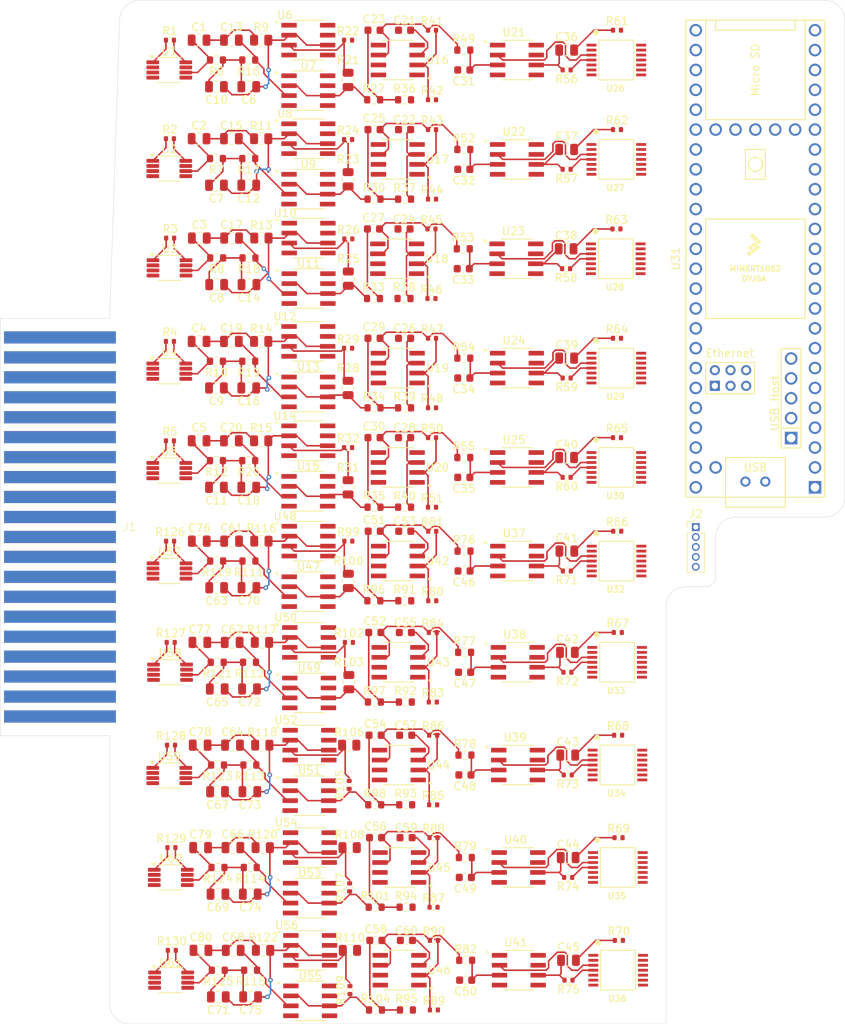
<source format=kicad_pcb>
(kicad_pcb (version 20240108) (generator "pcbnew") (generator_version "8.0")
  (layers (0 "F.Cu" signal) (31 "B.Cu" signal) (34 "B.Paste" user) (35 "F.Paste" user) (36 "B.SilkS" user "B.Silkscreen") (37 "F.SilkS" user "F.Silkscreen") (38 "B.Mask" user) (39 "F.Mask" user) (44 "Edge.Cuts" user))
  (net 0 "")
  (net 1 "Net-(C1-Pad1)")
  (net 2 "Net-(C1-Pad2)")
  (net 3 "Net-(U6--)")
  (net 4 "Net-(C10-Pad2)")
  (net 5 "Net-(U7-+)")
  (net 6 "Net-(U16-+)")
  (net 7 "GND")
  (net 8 "Net-(C23-Pad1)")
  (net 9 "Net-(C23-Pad2)")
  (net 10 "Net-(U21-+)")
  (net 11 "Electrode Output 1")
  (net 12 "Net-(C36-Pad1)")
  (net 13 "Electrode Output 2")
  (net 14 "Electrode Output 3")
  (net 15 "Electrode Output 4")
  (net 16 "Electrode Output 5")
  (net 17 "Electrode Output 6")
  (net 18 "Electrode Output 7")
  (net 19 "Electrode Output 8")
  (net 20 "Electrode Output 9")
  (net 21 "Electrode Output 10")
  (net 22 "Electrode6")
  (net 23 "Electrode4")
  (net 24 "Electrode7")
  (net 25 "Electrode2")
  (net 26 "Electrode3")
  (net 27 "Electrode9")
  (net 28 "Electrode10")
  (net 29 "Ref_Electrode")
  (net 30 "Electrode8")
  (net 31 "Electrode1")
  (net 32 "Electrode5")
  (net 33 "GPIO15_RXD0")
  (net 34 "Vss")
  (net 35 "GPIO14_TXD0")
  (net 36 "Net-(R1-Pad2)")
  (net 37 "Net-(R1-Pad1)")
  (net 38 "Net-(U7--)")
  (net 39 "Net-(U6-+)")
  (net 40 "Net-(U16--)")
  (net 41 "Net-(U26-RW)")
  (net 54 "Net-(U21--)")
  (net 55 "SDI")
  (net 57 "CLK")
  (net 60 "CS 1")
  (net 62 "CS 2")
  (net 63 "CS 3")
  (net 64 "CS 4")
  (net 65 "CS 5")
  (net 72 "CS 6")
  (net 76 "CS 8")
  (net 79 "CS 7")
  (net 89 "CS 10")
  (net 91 "CS 9")
  (net 124 "Net-(C2-Pad1)")
  (net 125 "Net-(C15-Pad1)")
  (net 126 "Net-(C17-Pad1)")
  (net 127 "Net-(C3-Pad1)")
  (net 128 "Net-(C19-Pad1)")
  (net 129 "Net-(C4-Pad1)")
  (net 130 "Net-(C20-Pad1)")
  (net 131 "Net-(C5-Pad1)")
  (net 132 "Net-(U8--)")
  (net 133 "Net-(C12-Pad2)")
  (net 134 "Net-(U10--)")
  (net 135 "Net-(C14-Pad2)")
  (net 136 "Net-(C16-Pad2)")
  (net 137 "Net-(U12--)")
  (net 138 "Net-(C11-Pad2)")
  (net 139 "Net-(U14--)")
  (net 140 "Net-(U9-+)")
  (net 141 "Net-(U11-+)")
  (net 142 "Net-(U13-+)")
  (net 143 "Net-(U15-+)")
  (net 144 "Net-(U17-+)")
  (net 145 "Net-(U18-+)")
  (net 146 "Net-(C25-Pad1)")
  (net 147 "Net-(C25-Pad2)")
  (net 148 "Net-(U19-+)")
  (net 149 "Net-(C27-Pad1)")
  (net 150 "Net-(C27-Pad2)")
  (net 151 "Net-(U20-+)")
  (net 152 "Net-(C29-Pad1)")
  (net 153 "Net-(C29-Pad2)")
  (net 154 "Net-(C30-Pad1)")
  (net 155 "Net-(C30-Pad2)")
  (net 156 "Net-(U22-+)")
  (net 157 "Net-(U23-+)")
  (net 158 "Net-(U24-+)")
  (net 159 "Net-(U25-+)")
  (net 160 "Net-(C37-Pad1)")
  (net 161 "Net-(C38-Pad1)")
  (net 162 "Net-(C39-Pad1)")
  (net 163 "Net-(C40-Pad1)")
  (net 164 "Net-(C41-Pad1)")
  (net 165 "Net-(C42-Pad1)")
  (net 166 "Net-(C43-Pad1)")
  (net 167 "Net-(C44-Pad1)")
  (net 168 "Net-(C45-Pad1)")
  (net 169 "Net-(U37-+)")
  (net 170 "Net-(U38-+)")
  (net 171 "Net-(U39-+)")
  (net 172 "Net-(U40-+)")
  (net 173 "Net-(U41-+)")
  (net 174 "Net-(C51-Pad2)")
  (net 175 "Net-(C51-Pad1)")
  (net 176 "Net-(C52-Pad2)")
  (net 177 "Net-(C52-Pad1)")
  (net 178 "Net-(U42-+)")
  (net 179 "Net-(C54-Pad2)")
  (net 180 "Net-(C54-Pad1)")
  (net 181 "Net-(U43-+)")
  (net 182 "Net-(C56-Pad2)")
  (net 183 "Net-(C56-Pad1)")
  (net 184 "Net-(U44-+)")
  (net 185 "Net-(C58-Pad2)")
  (net 186 "Net-(C58-Pad1)")
  (net 187 "Net-(U45-+)")
  (net 188 "Net-(U46-+)")
  (net 189 "Net-(U47-+)")
  (net 190 "Net-(C61-Pad1)")
  (net 191 "Net-(U49-+)")
  (net 192 "Net-(C62-Pad1)")
  (net 193 "Net-(U48--)")
  (net 194 "Net-(C63-Pad1)")
  (net 195 "Net-(U51-+)")
  (net 196 "Net-(C64-Pad1)")
  (net 197 "Net-(U50--)")
  (net 198 "Net-(C65-Pad1)")
  (net 199 "Net-(U53-+)")
  (net 200 "Net-(C66-Pad1)")
  (net 201 "Net-(U52--)")
  (net 202 "Net-(C67-Pad1)")
  (net 203 "Net-(U55-+)")
  (net 204 "Net-(C68-Pad1)")
  (net 205 "Net-(U54--)")
  (net 206 "Net-(C69-Pad1)")
  (net 207 "Net-(U56--)")
  (net 208 "Net-(C71-Pad1)")
  (net 209 "Net-(C76-Pad1)")
  (net 210 "Net-(C77-Pad1)")
  (net 211 "Net-(C78-Pad1)")
  (net 212 "Net-(C79-Pad1)")
  (net 213 "Net-(C80-Pad1)")
  (net 214 "Vdd")
  (net 215 "Net-(R2-Pad2)")
  (net 216 "Net-(R2-Pad1)")
  (net 217 "Net-(R3-Pad2)")
  (net 218 "Net-(R3-Pad1)")
  (net 219 "Net-(R4-Pad2)")
  (net 220 "Net-(R4-Pad1)")
  (net 221 "Net-(R5-Pad2)")
  (net 222 "Net-(R5-Pad1)")
  (net 223 "Net-(U8-+)")
  (net 224 "Net-(U9--)")
  (net 225 "Net-(U10-+)")
  (net 226 "Net-(U11--)")
  (net 227 "Net-(U12-+)")
  (net 228 "Net-(U13--)")
  (net 229 "Net-(U14-+)")
  (net 230 "Net-(U15--)")
  (net 231 "Net-(U17--)")
  (net 232 "Net-(U18--)")
  (net 233 "Net-(U19--)")
  (net 234 "Net-(U20--)")
  (net 235 "Net-(U27-RW)")
  (net 236 "Net-(U28-RW)")
  (net 237 "Net-(U29-RW)")
  (net 238 "Net-(U30-RW)")
  (net 239 "Net-(U32-RW)")
  (net 240 "Net-(U33-RW)")
  (net 241 "Net-(U34-RW)")
  (net 242 "Net-(U35-RW)")
  (net 243 "Net-(U36-RW)")
  (net 244 "Net-(U42--)")
  (net 245 "Net-(U43--)")
  (net 246 "Net-(U44--)")
  (net 247 "Net-(U45--)")
  (net 248 "Net-(U46--)")
  (net 249 "Net-(U47--)")
  (net 250 "Net-(U49--)")
  (net 251 "Net-(U51--)")
  (net 252 "Net-(U48-+)")
  (net 253 "Net-(U53--)")
  (net 254 "Net-(U50-+)")
  (net 255 "Net-(U55--)")
  (net 256 "Net-(U52-+)")
  (net 257 "Net-(U54-+)")
  (net 258 "Net-(U56-+)")
  (net 259 "Net-(R126-Pad2)")
  (net 260 "Net-(R126-Pad1)")
  (net 261 "Net-(R127-Pad2)")
  (net 262 "Net-(R127-Pad1)")
  (net 263 "Net-(R128-Pad2)")
  (net 264 "Net-(R128-Pad1)")
  (net 265 "Net-(R129-Pad2)")
  (net 266 "Net-(R129-Pad1)")
  (net 267 "Net-(R130-Pad2)")
  (net 268 "Net-(R130-Pad1)")
  (net 306 "Net-(U22--)")
  (net 310 "Net-(U23--)")
  (net 314 "Net-(U24--)")
  (net 318 "Net-(U25--)")
  (net 346 "Net-(U32-RH)")
  (net 351 "Net-(U33-RH)")
  (net 356 "Net-(U34-RH)")
  (net 361 "Net-(U35-RH)")
  (net 366 "Net-(U36-RH)")
  (footprint "LF356M:SOIC127P599X175-8N" (layer "F.Cu") (at 165.2 111.365)
    (property "Reference" "U49")
    (property "Value" "LF356M" (hide yes))
  )
  (footprint "Capacitor_SMD:C_0603_1608Metric" (layer "F.Cu") (at 177.5425 116.77 180)
    (property "Reference" "C57")
    (property "Value" "0.22uF" (hide yes))
  )
  (footprint "Resistor_SMD:R_0603_1608Metric" (layer "F.Cu") (at 153.45 107.45 180)
    (property "Reference" "R121")
    (property "Value" "2.64k" (hide yes))
  )
  (footprint "Capacitor_SMD:C_0805_2012Metric" (layer "F.Cu") (at 151.325 131.1325)
    (property "Reference" "C79")
    (property "Value" "1uF" (hide yes))
  )
  (footprint "Package_SO:VSSOP-8_3x3mm_P0.65mm" (layer "F.Cu") (at 147.42 108.72)
    (property "Reference" "U58")
    (property "Value" "INA823" (hide yes))
  )
  (footprint "Resistor_SMD:R_0402_1005Metric" (layer "F.Cu") (at 204.7025 116.77)
    (property "Reference" "R68")
    (property "Value" "150k" (hide yes))
  )
  (footprint "Resistor_SMD:R_0603_1608Metric" (layer "F.Cu") (at 153.4925 120.58 180)
    (property "Reference" "R123")
    (property "Value" "2.64k" (hide yes))
  )
  (footprint "Capacitor_SMD:C_0805_2012Metric" (layer "F.Cu") (at 153.38 59.185 180)
    (property "Reference" "C8")
    (property "Value" "1uF" (hide yes))
  )
  (footprint "LF356M:SOIC127P599X175-8N" (layer "F.Cu") (at 165.1 66.44)
    (property "Reference" "U12")
    (property "Value" "LF356M" (hide yes))
  )
  (footprint "Resistor_SMD:R_0603_1608Metric" (layer "F.Cu") (at 157.7175 146.8025 180)
    (property "Reference" "R115")
    (property "Value" "2.64k" (hide yes))
  )
  (footprint "LF356M:SOIC127P599X175-8N" (layer "F.Cu") (at 191.965 133.6725)
    (property "Reference" "U40")
    (property "Value" "LF356M" (hide yes))
  )
  (footprint "Capacitor_SMD:C_0805_2012Metric" (layer "F.Cu") (at 198.12 41.91)
    (property "Reference" "C37")
    (property "Value" "1uF" (hide yes))
  )
  (footprint "Resistor_SMD:R_0402_1005Metric" (layer "F.Cu") (at 204.755 129.8625)
    (property "Reference" "R69")
    (property "Value" "150k" (hide yes))
  )
  (footprint "Resistor_SMD:R_0402_1005Metric" (layer "F.Cu") (at 198.3575 148.0725 180)
    (property "Reference" "R75")
    (property "Value" "150k" (hide yes))
  )
  (footprint "Capacitor_SMD:C_0603_1608Metric" (layer "F.Cu") (at 184.975 71.12 180)
    (property "Reference" "C34")
    (property "Value" "0.22uF" (hide yes))
  )
  (footprint "Resistor_SMD:R_0603_1608Metric" (layer "F.Cu") (at 185.1175 119.31)
    (property "Reference" "R78")
    (property "Value" "10k" (hide yes))
  )
  (footprint "Resistor_SMD:R_0603_1608Metric" (layer "F.Cu") (at 157.48 43.075 180)
    (property "Reference" "R17")
    (property "Value" "2.64k" (hide yes))
  )
  (footprint "Capacitor_SMD:C_0603_1608Metric" (layer "F.Cu") (at 173.495 26.67 180)
    (property "Reference" "C23")
    (property "Value" "0.22uF" (hide yes))
  )
  (footprint "Resistor_SMD:R_0402_1005Metric" (layer "F.Cu") (at 181.0525 125.66)
    (property "Reference" "R85")
    (property "Value" "1k" (hide yes))
  )
  (footprint "Package_SO:VSSOP-8_3x3mm_P0.65mm" (layer "F.Cu") (at 147.5575 148.0725)
    (property "Reference" "U61")
    (property "Value" "INA823" (hide yes))
  )
  (footprint "Capacitor_SMD:C_0805_2012Metric" (layer "F.Cu") (at 155.4025 118.04)
    (property "Reference" "C64")
    (property "Value" "1uF" (hide yes))
  )
  (footprint "Resistor_SMD:R_0805_2012Metric" (layer "F.Cu") (at 159.3075 144.2625)
    (property "Reference" "R122")
    (property "Value" "1.32k" (hide yes))
  )
  (footprint "LF356M:SOIC127P599X175-8N" (layer "F.Cu") (at 176.7675 146.8025 180)
    (property "Reference" "U46")
    (property "Value" "LF356M" (hide yes))
  )
  (footprint "Resistor_SMD:R_0402_1005Metric" (layer "F.Cu") (at 180.91 48.26)
    (property "Reference" "R44")
    (property "Value" "1k" (hide yes))
  )
  (footprint "Capacitor_SMD:C_0805_2012Metric" (layer "F.Cu") (at 155.36 104.91)
    (property "Reference" "C62")
    (property "Value" "1uF" (hide yes))
  )
  (footprint "Capacitor_SMD:C_0805_2012Metric" (layer "F.Cu") (at 155.26 66.44)
    (property "Reference" "C19")
    (property "Value" "1uF" (hide yes))
  )
  (footprint "Resistor_SMD:R_0402_1005Metric" (layer "F.Cu") (at 147.42991 91.97)
    (property "Reference" "R126")
    (property "Value" "1k" (hide yes))
  )
  (footprint "Capacitor_SMD:C_0805_2012Metric" (layer "F.Cu") (at 153.545 137.0825 180)
    (property "Reference" "C69")
    (property "Value" "1uF" (hide yes))
  )
  (footprint "Resistor_SMD:R_0603_1608Metric" (layer "F.Cu") (at 153.38 55.775 180)
    (property "Reference" "R8")
    (property "Value" "2.64k" (hide yes))
  )
  (footprint "Resistor_SMD:R_0603_1608Metric" (layer "F.Cu") (at 153.35 43.075 180)
    (property "Reference" "R7")
    (property "Value" "2.64k" (hide yes))
  )
  (footprint "Capacitor_SMD:C_0805_2012Metric" (layer "F.Cu") (at 155.455 131.1325)
    (property "Reference" "C66")
    (property "Value" "1uF" (hide yes))
  )
  (footprint "Package_SO:VSSOP-8_3x3mm_P0.65mm" (layer "F.Cu") (at 147.32 70.25)
    (property "Reference" "U4")
    (property "Value" "INA823" (hide yes))
  )
  (footprint "Capacitor_SMD:C_0805_2012Metric" (layer "F.Cu") (at 153.35 33.89 180)
    (property "Reference" "C10")
    (property "Value" "1uF" (hide yes))
  )
  (footprint "Resistor_SMD:R_0805_2012Metric" (layer "F.Cu") (at 159.2125 118.04)
    (property "Reference" "R118")
    (property "Value" "1.32k" (hide yes))
  )
  (footprint "LF356M:SOIC127P599X175-8N" (layer "F.Cu") (at 165.295 137.5875)
    (property "Reference" "U53")
    (property "Value" "LF356M" (hide yes))
  )
  (footprint "Resistor_SMD:R_0402_1005Metric" (layer "F.Cu") (at 204.56 78.74)
    (property "Reference" "R65")
    (property "Value" "150k" (hide yes))
  )
  (footprint "Capacitor_SMD:C_0805_2012Metric" (layer "F.Cu") (at 198.12 68.58)
    (property "Reference" "C39")
    (property "Value" "1uF" (hide yes))
  )
  (footprint "LF356M:SOIC127P599X175-8N" (layer "F.Cu") (at 191.7 55.88)
    (property "Reference" "U23")
    (property "Value" "LF356M" (hide yes))
  )
  (footprint "Capacitor_SMD:C_0805_2012Metric" (layer "F.Cu") (at 157.48 85.09 180)
    (property "Reference" "C18")
    (property "Value" "1uF" (hide yes))
  )
  (footprint "Capacitor_SMD:C_0603_1608Metric" (layer "F.Cu") (at 184.975 83.82 180)
    (property "Reference" "C35")
    (property "Value" "0.22uF" (hide yes))
  )
  (footprint "LF356M:SOIC127P599X175-8N" (layer "F.Cu") (at 191.87 107.45)
    (property "Reference" "U38")
    (property "Value" "LF356M" (hide yes))
  )
  (footprint "LF356M:SOIC127P599X175-8N" (layer "F.Cu") (at 165.1 85.595)
    (property "Reference" "U15")
    (property "Value" "LF356M" (hide yes))
  )
  (footprint "Resistor_SMD:R_0402_1005Metric" (layer "F.Cu") (at 170.18 80.01)
    (property "Reference" "R32")
    (property "Value" "1k" (hide yes))
  )
  (footprint "Resistor_SMD:R_0603_1608Metric" (layer "F.Cu") (at 177.4 74.93)
    (property "Reference" "R39")
    (property "Value" "10k" (hide yes))
  )
  (footprint "Capacitor_SMD:C_0805_2012Metric" (layer "F.Cu") (at 157.51 59.185 180)
    (property "Reference" "C14")
    (property "Value" "1uF" (hide yes))
  )
  (footprint "Resistor_SMD:R_0402_1005Metric" (layer "F.Cu") (at 180.84 60.96)
    (property "Reference" "R46")
    (property "Value" "1k" (hide yes))
  )
  (footprint "Resistor_SMD:R_0603_1608Metric" (layer "F.Cu") (at 157.50741 94.51 180)
    (property "Reference" "R111")
    (property "Value" "2.64k" (hide yes))
  )
  (footprint "Resistor_SMD:R_0402_1005Metric" (layer "F.Cu") (at 204.66 103.64)
    (property "Reference" "R67")
    (property "Value" "150k" (hide yes))
  )
  (footprint "Capacitor_SMD:C_0805_2012Metric" (layer "F.Cu") (at 151.3675 144.2625)
    (property "Reference" "C80")
    (property "Value" "1uF" (hide yes))
  )
  (footprint "Resistor_SMD:R_0402_1005Metric" (layer "F.Cu") (at 180.91 39.37)
    (property "Reference" "R43")
    (property "Value" "1k" (hide yes))
  )
  (footprint "Resistor_SMD:R_0603_1608Metric" (layer "F.Cu") (at 177.595 138.7525)
    (property "Reference" "R94")
    (property "Value" "10k" (hide yes))
  )
  (footprint "Capacitor_SMD:C_0805_2012Metric" (layer "F.Cu") (at 153.45 110.86 180)
    (property "Reference" "C65")
    (property "Value" "1uF" (hide yes))
  )
  (footprint "Capacitor_SMD:C_0805_2012Metric" (layer "F.Cu") (at 157.6225 123.99 180)
    (property "Reference" "C73")
    (property "Value" "1uF" (hide yes))
  )
  (footprint "Resistor_SMD:R_0603_1608Metric" (layer "F.Cu") (at 153.545 133.6725 180)
    (property "Reference" "R124")
    (property "Value" "2.64k" (hide yes))
  )
  (footprint "Resistor_SMD:R_0603_1608Metric" (layer "F.Cu") (at 177.4 35.56)
    (property "Reference" "R36")
    (property "Value" "10k" (hide yes))
  )
  (footprint "Resistor_SMD:R_0805_2012Metric" (layer "F.Cu") (at 170.3225 118.04)
    (property "Reference" "R106")
    (property "Value" "100")
  )
  (footprint "Resistor_SMD:R_0603_1608Metric" (layer "F.Cu") (at 177.4 48.26)
    (property "Reference" "R37")
    (property "Value" "10k" (hide yes))
  )
  (footprint "Resistor_SMD:R_0603_1608Metric" (layer "F.Cu") (at 184.905 54.61)
    (property "Reference" "R53")
    (property "Value" "10k" (hide yes))
  )
  (footprint "Resistor_SMD:R_0603_1608Metric" (layer "F.Cu") (at 157.48 68.98 180)
    (property "Reference" "R19")
    (property "Value" "2.64k" (hide yes))
  )
  (footprint "LF356M:SOIC127P599X175-8N" (layer "F.Cu") (at 176.53 82.55 180)
    (property "Reference" "U20")
    (property "Value" "LF356M" (hide yes))
  )
  (footprint "Resistor_SMD:R_0603_1608Metric" (layer "F.Cu") (at 185.00241 93.24)
    (property "Reference" "R76")
    (property "Value" "10k" (hide yes))
  )
  (footprint "Resistor_SMD:R_0402_1005Metric" (layer "F.Cu") (at 180.91 78.74)
    (property "Reference" "R50")
    (property "Value" "1k" (hide yes))
  )
  (footprint "Capacitor_SMD:C_0603_1608Metric" (layer "F.Cu") (at 173.495 66.04 180)
    (property "Reference" "C29")
    (property "Value" "0.22uF" (hide yes))
  )
  (footprint "Resistor_SMD:R_0402_1005Metric" (layer "F.Cu") (at 147.64 144.2625)
    (property "Reference" "R130")
    (property "Value" "1k" (hide yes))
  )
  (footprint "Capacitor_SMD:C_0805_2012Metric" (layer "F.Cu") (at 151.23 104.91)
    (property "Reference" "C77")
    (property "Value" "1uF" (hide yes))
  )
  (footprint "Capacitor_SMD:C_0603_1608Metric" (layer "F.Cu") (at 177.6375 142.9925 180)
    (property "Reference" "C60")
    (property "Value" "0.22uF" (hide yes))
  )
  (footprint "Capacitor_SMD:C_0805_2012Metric" (layer "F.Cu") (at 157.48 46.485 180)
    (property "Reference" "C12")
    (property "Value" "1uF" (hide yes))
  )
  (footprint "Resistor_SMD:R_0402_1005Metric" (layer "F.Cu") (at 180.93741 99.59)
    (property "Reference" "R80")
    (property "Value" "1k" (hide yes))
  )
  (footprint "Capacitor_SMD:C_0805_2012Metric" (layer "F.Cu") (at 151.13 27.94)
    (property "Reference" "C1")
    (property "Value" "1uF" (hide yes))
  )
  (footprint "LF356M:SOIC127P599X175-8N" (layer "F.Cu") (at 165.3375 150.7175)
    (property "Reference" "U55")
    (property "Value" "LF356M" (hide yes))
  )
  (footprint "LF356M:SOIC127P599X175-8N" (layer "F.Cu") (at 165.2425 124.495)
    (property "Reference" "U51")
    (property "Value" "LF356M" (hide yes))
  )
  (footprint "AD5293:AD5293" (layer "F.Cu") (at 204.7075 146.8025 -90)
    (property "Reference" "U36")
    (property "Value" "AD5293" (hide yes))
  )
  (footprint "Resistor_SMD:R_0603_1608Metric" (layer "F.Cu") (at 157.51 55.775 180)
    (property "Reference" "R18")
    (property "Value" "2.64k" (hide yes))
  )
  (footprint "LF356M:SOIC127P599X175-8N" (layer "F.Cu") (at 191.9125 120.58)
    (property "Reference" "U39")
    (property "Value" "LF356M" (hide yes))
  )
  (footprint "Resistor_SMD:R_0402_1005Metric" (layer "F.Cu") (at 170.18 27.94)
    (property "Reference" "R22")
    (property "Value" "1k" (hide yes))
  )
  (footprint "Capacitor_SMD:C_0603_1608Metric" (layer "F.Cu") (at 177.4 26.67 180)
    (property "Reference" "C21")
    (property "Value" "0.22uF" (hide yes))
  )
  (footprint "Resistor_SMD:R_0402_1005Metric" (layer "F.Cu") (at 204.56 39.37)
    (property "Reference" "R62")
    (property "Value" "150k" (hide yes))
  )
  (footprint "AD5293:AD5293" (layer "F.Cu") (at 204.47 30.48 -90)
    (property "Reference" "U26")
    (property "Value" "AD5293" (hide yes))
  )
  (footprint "Resistor_SMD:R_0603_1608Metric" (layer "F.Cu") (at 157.58 107.45 180)
    (property "Reference" "R112")
    (property "Value" "2.64k" (hide yes))
  )
  (footprint "Resistor_SMD:R_0402_1005Metric" (layer "F.Cu") (at 170.21 53.34)
    (property "Reference" "R26")
    (property "Value" "1k" (hide yes))
  )
  (footprint "Resistor_SMD:R_0402_1005Metric" (layer "F.Cu") (at 181.01 103.64)
    (property "Reference" "R84")
    (property "Value" "1k" (hide yes))
  )
  (footprint "Capacitor_SMD:C_0805_2012Metric" (layer "F.Cu") (at 151.13 40.535)
    (property "Reference" "C2")
    (property "Value" "1uF" (hide yes))
  )
  (footprint "Capacitor_SMD:C_0805_2012Metric" (layer "F.Cu") (at 153.37741 97.92 180)
    (property "Reference" "C63")
    (property "Value" "1uF" (hide yes))
  )
  (footprint "Resistor_SMD:R_0402_1005Metric" (layer "F.Cu") (at 170.4175 149.3425 90)
    (property "Reference" "R109")
    (property "Value" "1k")
  )
  (footprint "Resistor_SMD:R_0402_1005Metric" (layer "F.Cu") (at 180.91 74.93)
    (property "Reference" "R48")
    (property "Value" "1k" (hide yes))
  )
  (footprint "Capacitor_SMD:C_0805_2012Metric" (layer "F.Cu") (at 151.15741 91.97)
    (property "Reference" "C76")
    (property "Value" "1uF" (hide yes))
  )
  (footprint "LF356M:SOIC127P599X175-8N" (layer "F.Cu") (at 192.0075 146.8025)
    (property "Reference" "U41")
    (property "Value" "LF356M" (hide yes))
  )
  (footprint "Resistor_SMD:R_0603_1608Metric" (layer "F.Cu") (at 177.33 60.96)
    (property "Reference" "R38")
    (property "Value" "10k" (hide yes))
  )
  (footprint "Resistor_SMD:R_0603_1608Metric" (layer "F.Cu") (at 185.2125 145.5325)
    (property "Reference" "R82")
    (property "Value" "10k" (hide yes))
  )
  (footprint "Resistor_SMD:R_0402_1005Metric" (layer "F.Cu") (at 181.1475 151.8825)
    (property "Reference" "R89")
    (property "Value" "1k" (hide yes))
  )
  (footprint "LF356M:SOIC127P599X175-8N" (layer "F.Cu") (at 191.77 69.85)
    (property "Reference" "U24")
    (property "Value" "LF356M" (hide yes))
  )
  (footprint "LF356M:SOIC127P599X175-8N" (layer "F.Cu") (at 191.77 43.18)
    (property "Reference" "U22")
    (property "Value" "LF356M" (hide yes))
  )
  (footprint "LF356M:SOIC127P599X175-8N" (layer "F.Cu") (at 191.79741 94.51)
    (property "Reference" "U37")
    (property "Value" "LF356M" (hide yes))
  )
  (footprint "Resistor_SMD:R_0603_1608Metric" (layer "F.Cu") (at 173.5875 125.66)
    (property "Reference" "R98")
    (property "Value" "10k" (hide yes))
  )
  (footprint "Resistor_SMD:R_0402_1005Metric" (layer "F.Cu") (at 181.1475 142.9925)
    (property "Reference" "R90")
    (property "Value" "1k" (hide yes))
  )
  (footprint "Resistor_SMD:R_0805_2012Metric" (layer "F.Cu") (at 159.09741 91.97)
    (property "Reference" "R116")
    (property "Value" "1.32k" (hide yes))
  )
  (footprint "Capacitor_SMD:C_0805_2012Metric" (layer "F.Cu") (at 157.50741 97.92 180)
    (property "Reference" "C70")
    (property "Value" "1uF" (hide yes))
  )
  (footprint "Capacitor_SMD:C_0805_2012Metric" (layer "F.Cu") (at 151.13 66.44)
    (property "Reference" "C4")
    (property "Value" "1uF" (hide yes))
  )
  (footprint "Capacitor_SMD:C_0805_2012Metric" (layer "F.Cu") (at 157.58 110.86 180)
    (property "Reference" "C72")
    (property "Value" "1uF" (hide yes))
  )
  (footprint "Resistor_SMD:R_0402_1005Metric" (layer "F.Cu") (at 170.18 40.64)
    (property "Reference" "R24")
    (property "Value" "1k" (hide yes))
  )
  (footprint "Resistor_SMD:R_0603_1608Metric" (layer "F.Cu") (at 173.6825 151.8825)
    (property "Reference" "R104")
    (property "Value" "10k" (hide yes))
  )
  (footprint "Capacitor_SMD:C_0603_1608Metric" (layer "F.Cu") (at 184.905 57.15 180)
    (property "Reference" "C33")
    (property "Value" "0.22uF" (hide yes))
  )
  (footprint "LF356M:SOIC127P599X175-8N" (layer "F.Cu") (at 165.12741 98.425)
    (property "Reference" "U47")
    (property "Value" "LF356M" (hide yes))
  )
  (footprint "LF356M:SOIC127P599X175-8N" (layer "F.Cu") (at 165.1 72.895)
    (property "Reference" "U13")
    (property "Value" "LF356M" (hide yes))
  )
  (footprint "AD5293:AD5293" (layer "F.Cu") (at 204.665 133.6725 -90)
    (property "Reference" "U35")
    (property "Value" "AD5293" (hide yes))
  )
  (footprint "LF356M:SOIC127P599X175-8N" (layer "F.Cu") (at 165.13 53.235)
    (property "Reference" "U10")
    (property "Value" "LF356M" (hide yes))
  )
  (footprint "Resistor_SMD:R_0402_1005Metric" (layer "F.Cu") (at 204.58741 90.7)
    (property "Reference" "R66")
    (property "Value" "150k" (hide yes))
  )
  (footprint "Capacitor_SMD:C_0805_2012Metric" (layer "F.Cu") (at 151.13 79.14)
    (property "Reference" "C5")
    (property "Value" "1uF" (hide yes))
  )
  (footprint "Resistor_SMD:R_0402_1005Metric" (layer "F.Cu") (at 198.315 134.9425 180)
    (property "Reference" "R74")
    (property "Value" "150k" (hide yes))
  )
  (footprint "Resistor_SMD:R_0402_1005Metric" (layer "F.Cu") (at 180.93741 90.7)
    (property "Reference" "R81")
    (property "Value" "1k" (hide yes))
  )
  (footprint "Package_SO:VSSOP-8_3x3mm_P0.65mm" (layer "F.Cu") (at 147.32 31.75)
    (property "Reference" "U1")
    (property "Value" "INA823" (hide yes))
  )
  (footprint "Package_SO:VSSOP-8_3x3mm_P0.65mm" (layer "F.Cu") (at 147.35 57.045)
    (property "Reference" "U3")
    (property "Value" "INA823" (hide yes))
  )
  (footprint "LF356M:SOIC127P599X175-8N" (layer "F.Cu") (at 165.3375 144.2625)
    (property "Reference" "U56")
    (property "Value" "LF356M" (hide yes))
  )
  (footprint "LF356M:SOIC127P599X175-8N" (layer "F.Cu") (at 176.46 55.88 180)
    (property "Reference" "U18")
    (property "Value" "LF356M" (hide yes))
  )
  (footprint "Resistor_SMD:R_0805_2012Metric" (layer "F.Cu") (at 159.07 27.94)
    (property "Reference" "R9")
    (property "Value" "1.32k" (hide yes))
  )
  (footprint "Resistor_SMD:R_0603_1608Metric" (layer "F.Cu") (at 153.35 68.98 180)
    (property "Reference" "R10")
    (property "Value" "2.64k" (hide yes))
  )
  (footprint "Resistor_SMD:R_0603_1608Metric" (layer "F.Cu") (at 177.42741 99.59)
    (property "Reference" "R91")
    (property "Value" "10k" (hide yes))
  )
  (footprint "Capacitor_SMD:C_0805_2012Metric" (layer "F.Cu") (at 198.22 106.18)
    (property "Reference" "C42")
    (property "Value" "1uF" (hide yes))
  )
  (footprint "Resistor_SMD:R_0603_1608Metric" (layer "F.Cu") (at 153.35 81.68 180)
    (property "Reference" "R12")
    (property "Value" "2.64k" (hide yes))
  )
  (footprint "Resistor_SMD:R_0805_2012Metric" (layer "F.Cu") (at 170.20741 97.05 90)
    (property "Reference" "R100")
    (property "Value" "100" (hide yes))
  )
  (footprint "Resistor_SMD:R_0402_1005Metric" (layer "F.Cu") (at 147.5025 104.91)
    (property "Reference" "R127")
    (property "Value" "1k" (hide yes))
  )
  (footprint "Capacitor_SMD:C_0805_2012Metric" (layer "F.Cu") (at 157.7175 150.2125 180)
    (property "Reference" "C75")
    (property "Value" "1uF" (hide yes))
  )
  (footprint "Resistor_SMD:R_0402_1005Metric" (layer "F.Cu") (at 180.91 26.67)
    (property "Reference" "R41")
    (property "Value" "1k" (hide yes))
  )
  (footprint "Connector_PinHeader_1.27mm:PinHeader_1x05_P1.27mm_Vertical" (layer "F.Cu") (at 214.63 90.17)
    (property "Reference" "J2")
    (property "Value" "Conn_01x05_Pin" (hide yes))
  )
  (footprint "Resistor_SMD:R_0603_1608Metric" (layer "F.Cu") (at 184.975 29.21)
    (property "Reference" "R49")
    (property "Value" "10k" (hide yes))
  )
  (footprint "Capacitor_SMD:C_0603_1608Metric" (layer "F.Cu") (at 185.1175 121.85 180)
    (property "Reference" "C48")
    (property "Value" "0.22uF" (hide yes))
  )
  (footprint "Resistor_SMD:R_0805_2012Metric" (layer "F.Cu") (at 159.07 79.14)
    (property "Reference" "R15")
    (property "Value" "1.32k" (hide yes))
  )
  (footprint "Capacitor_SMD:C_0805_2012Metric" (layer "F.Cu") (at 155.26 40.535)
    (property "Reference" "C15")
    (property "Value" "1uF" (hide yes))
  )
  (footprint "Resistor_SMD:R_0805_2012Metric" (layer "F.Cu") (at 170.28 109.99 90)
    (property "Reference" "R103")
    (property "Value" "100" (hide yes))
  )
  (footprint "Capacitor_SMD:C_0805_2012Metric" (layer "F.Cu") (at 198.315 132.4025)
    (property "Reference" "C44")
    (property "Value" "1uF" (hide yes))
  )
  (footprint "AD5293:AD5293" (layer "F.Cu") (at 204.4 55.88 -90)
    (property "Reference" "U28")
    (property "Value" "AD5293" (hide yes))
  )
  (footprint "Resistor_SMD:R_0805_2012Metric" (layer "F.Cu") (at 159.17 104.91)
    (property "Reference" "R117")
    (property "Value" "1.32k" (hide yes))
  )
  (footprint "Capacitor_SMD:C_0805_2012Metric" (layer "F.Cu") (at 155.4975 144.2625)
    (property "Reference" "C68")
    (property "Value" "1uF" (hide yes))
  )
  (footprint "Capacitor_SMD:C_0603_1608Metric" (layer "F.Cu") (at 185.075 108.72 180)
    (property "Reference" "C47")
    (property "Value" "0.22uF" (hide yes))
  )
  (footprint "Resistor_SMD:R_0402_1005Metric" (layer "F.Cu") (at 198.12 44.45 180)
    (property "Reference" "R57")
    (property "Value" "150k" (hide yes))
  )
  (footprint "Package_SO:VSSOP-8_3x3mm_P0.65mm" (layer "F.Cu") (at 147.32 44.345)
    (property "Reference" "U2")
    (property "Value" "INA823" (hide yes))
  )
  (footprint "LF356M:SOIC127P599X175-8N" (layer "F.Cu") (at 176.6725 120.58 180)
    (property "Reference" "U44")
    (property "Value" "LF356M" (hide yes))
  )
  (footprint "Resistor_SMD:R_0402_1005Metric" (layer "F.Cu") (at 198.12 83.82 180)
    (property "Reference" "R60")
    (property "Value" "150k" (hide yes))
  )
  (footprint "Capacitor_SMD:C_0603_1608Metric" (layer "F.Cu") (at 185.17 134.9425 180)
    (property "Reference" "C49")
    (property "Value" "0.22uF" (hide yes))
  )
  (footprint "Capacitor_SMD:C_0603_1608Metric" (layer "F.Cu") (at 173.495 39.37 180)
    (property "Reference" "C25")
    (property "Value" "0.22uF" (hide yes))
  )
  (footprint "Capacitor_SMD:C_0603_1608Metric" (layer "F.Cu") (at 185.00241 95.78 180)
    (property "Reference" "C46")
    (property "Value" "0.22uF" (hide yes))
  )
  (footprint "LF356M:SOIC127P599X175-8N" (layer "F.Cu") (at 176.53 30.48 180)
    (property "Reference" "U16")
    (property "Value" "LF356M" (hide yes))
  )
  (footprint "Capacitor_SMD:C_0603_1608Metric" (layer "F.Cu") (at 173.425 52.07 180)
    (property "Reference" "C27")
    (property "Value" "0.22uF" (hide yes))
  )
  (footprint "Resistor_SMD:R_0603_1608Metric" (layer "F.Cu") (at 173.47241 99.59)
    (property "Reference" "R96")
    (property "Value" "10k" (hide yes))
  )
  (footprint "Resistor_SMD:R_0603_1608Metric" (layer "F.Cu") (at 173.64 138.7525)
    (property "Reference" "R101")
    (property "Value" "10k" (hide yes))
  )
  (footprint "LF356M:SOIC127P599X175-8N" (layer "F.Cu") (at 165.2425 118.04)
    (property "Reference" "U52")
    (property "Value" "LF356M" (hide yes))
  )
  (footprint "Resistor_SMD:R_0603_1608Metric" (layer "F.Cu") (at 153.37741 94.51 180)
    (property "Reference" "R119")
    (property "Value" "2.64k" (hide yes))
  )
  (footprint "Capacitor_SMD:C_0805_2012Metric" (layer "F.Cu") (at 151.2725 118.04)
    (property "Reference" "C78")
    (property "Value" "1uF" (hide yes))
  )
  (footprint "Capacitor_SMD:C_0805_2012Metric" (layer "F.Cu") (at 157.48 33.89 180)
    (property "Reference" "C6")
    (property "Value" "1uF" (hide yes))
  )
  (footprint "LF356M:SOIC127P599X175-8N" (layer "F.Cu") (at 165.1 79.14)
    (property "Reference" "U14")
    (property "Value" "LF356M" (hide yes))
  )
  (footprint "Capacitor_SMD:C_0603_1608Metric" (layer "F.Cu") (at 177.33 52.07 180)
    (property "Reference" "C24")
    (property "Value" "0.22uF" (hide yes))
  )
  (footprint "Resistor_SMD:R_0805_2012Metric" (layer "F.Cu") (at 159.265 131.1325)
    (property "Reference" "R120")
    (property "Value" "1.32k" (hide yes))
  )
  (footprint "AD5293:AD5293" (layer "F.Cu") (at 204.47 43.18 -90)
    (property "Reference" "U27")
    (property "Value" "AD5293" (hide yes))
  )
  (footprint "Package_SO:VSSOP-8_3x3mm_P0.65mm" (layer "F.Cu") (at 147.32 82.95)
    (property "Reference" "U5")
    (property "Value" "INA823" (hide yes))
  )
  (footprint "Capacitor_SMD:C_0805_2012Metric" (layer "F.Cu") (at 153.35 85.09 180)
    (property "Reference" "C11")
    (property "Value" "1uF" (hide yes))
  )
  (footprint "Resistor_SMD:R_0402_1005Metric" (layer "F.Cu") (at 198.12 31.75 180)
    (property "Reference" "R56")
    (property "Value" "150k" (hide yes))
  )
  (footprint "Resistor_SMD:R_0402_1005Metric" (layer "F.Cu") (at 180.84 52.07)
    (property "Reference" "R45")
    (property "Value" "1k" (hide yes))
  )
  (footprint "Capacitor_SMD:C_0603_1608Metric" (layer "F.Cu") (at 177.4 66.04 180)
    (property "Reference" "C26")
    (property "Value" "0.22uF" (hide yes))
  )
  (footprint "LF356M:SOIC127P599X175-8N" (layer "F.Cu") (at 165.295 131.1325)
    (property "Reference" "U54")
    (property "Value" "LF356M" (hide yes))
  )
  (footprint "Resistor_SMD:R_0603_1608Metric" (layer "F.Cu") (at 185.075 106.18)
    (property "Reference" "R77")
    (property "Value" "10k" (hide yes))
  )
  (footprint "Resistor_SMD:R_0402_1005Metric" (layer "F.Cu") (at 198.12 71.12 180)
    (property "Reference" "R59")
    (property "Value" "150k" (hide yes))
  )
  (footprint "Resistor_SMD:R_0603_1608Metric" (layer "F.Cu") (at 184.975 81.28)
    (property "Reference" "R55")
    (property "Value" "10k" (hide yes))
  )
  (footprint "Capacitor_SMD:C_0805_2012Metric" (layer "F.Cu") (at 198.3575 145.5325)
    (property "Reference" "C45")
    (property "Value" "1uF" (hide yes))
  )
  (footprint "Capacitor_SMD:C_0805_2012Metric" (layer "F.Cu") (at 198.12 29.21)
    (property "Reference" "C36")
    (property "Value" "1uF" (hide yes))
  )
  (footprint "Capacitor_SMD:C_0603_1608Metric" (layer "F.Cu") (at 184.975 31.75 180)
    (property "Reference" "C31")
    (property "Value" "0.22uF" (hide yes))
  )
  (footprint "Resistor_SMD:R_0402_1005Metric" (layer "F.Cu") (at 147.4025 66.44)
    (property "Reference" "R4")
    (property "Value" "1k" (hide yes))
  )
  (footprint "Resistor_SMD:R_0402_1005Metric" (layer "F.Cu") (at 180.91 87.63)
    (property "Reference" "R51")
    (property "Value" "1k" (hide yes))
  )
  (footprint "LF356M:SOIC127P599X175-8N" (layer "F.Cu") (at 165.12741 91.97)
    (property "Reference" "U48")
    (property "Value" "LF356M" (hide yes))
  )
  (footprint "AD5293:AD5293" (layer "F.Cu") (at 204.47 69.85 -90)
    (property "Reference" "U29")
    (property "Value" "AD5293" (hide yes))
  )
  (footprint "Resistor_SMD:R_0402_1005Metric" (layer "F.Cu") (at 181.01 112.53)
    (property "Reference" "R83")
    (property "Value" "1k" (hide yes))
  )
  (footprint "Capacitor_SMD:C_0805_2012Metric" (layer "F.Cu") (at 198.14741 93.24)
    (property "Reference" "C41")
    (property "Value" "1uF" (hide yes))
  )
  (footprint "Capacitor_SMD:C_0603_1608Metric" (layer "F.Cu") (at 177.4 78.74 180)
    (property "Reference" "C28")
    (property "Value" "0.22uF" (hide yes))
  )
  (footprint "Connector_PinHeader_1.00mm:GoldFingers_1x40_0.155mm_DoubleSided" (layer "F.Cu") (at 133.35 90.9305)
    (property "Reference" "J1")
    (property "Value" "Conn_02x20_Top_Bottom" (hide yes))
  )
  (footprint "Resistor_SMD:R_0603_1608Metric" (layer "F.Cu") (at 153.5875 146.8025 180)
    (property "Reference" "R125")
    (property "Value" "2.64k" (hide yes))
  )
  (footprint "Resistor_SMD:R_0402_1005Metric" (layer "F.Cu") (at 147.4025 79.14)
    (property "Reference" "R5")
    (property "Value" "1k" (hide yes))
  )
  (footprint "Capacitor_SMD:C_0603_1608Metric" (layer "F.Cu") (at 177.4 39.37 180)
    (property "Reference" "C22")
    (property "Value" "0.22uF" (hide yes))
  )
  (footprint "Resistor_SMD:R_0402_1005Metric" (layer "F.Cu") (at 198.05 57.15 180)
    (property "Reference" "R58")
    (property "Value" "150k" (hide yes))
  )
  (footprint "Resistor_SMD:R_0402_1005Metric" (layer "F.Cu") (at 147.4325 53.235)
    (property "Reference" "R3")
    (property "Value" "1k" (hide yes))
  )
  (footprint "LF356M:SOIC127P599X175-8N" (layer "F.Cu") (at 191.77 30.48)
    (property "Reference" "U21")
    (property "Value" "LF356M" (hide yes))
  )
  (footprint "Resistor_SMD:R_0805_2012Metric" (layer "F.Cu") (at 170.18 85.09 90)
    (property "Reference" "R31")
    (property "Value" "100" (hide yes))
  )
  (footprint "Resistor_SMD:R_0402_1005Metric" (layer "F.Cu") (at 170.3225 123.12 90)
    (property "Reference" "R105")
    (property "Value" "1k")
  )
  (footprint "Resistor_SMD:R_0805_2012Metric" (layer "F.Cu") (at 170.21 58.42 90)
    (property "Reference" "R25")
    (property "Value" "100" (hide yes))
  )
  (footprint "Resistor_SMD:R_0603_1608Metric" (layer "F.Cu") (at 173.425 60.96)
    (property "Reference" "R33")
    (property "Value" "10k" (hide yes))
  )
  (footprint "Resistor_SMD:R_0402_1005Metric" (layer "F.Cu") (at 170.18 67.31)
    (property "Reference" "R29")
    (property "Value" "1k" (hide yes))
  )
  (footprint "Resistor_SMD:R_0402_1005Metric" (layer "F.Cu") (at 204.56 66.04)
    (property "Reference" "R64")
    (property "Value" "150k" (hide yes))
  )
  (footprint "AD5293:AD5293" (layer "F.Cu") (at 204.47 82.55 -90)
    (property "Reference" "U30")
    (property "Value" "AD5293" (hide yes))
  )
  (footprint "Resistor_SMD:R_0402_1005Metric" (layer "F.Cu") (at 170.20741 91.97)
    (property "Reference" "R99")
    (property "Value" "1k" (hide yes))
  )
  (footprint "Capacitor_SMD:C_0805_2012Metric" (layer "F.Cu") (at 153.35 46.485 180)
    (property "Reference" "C7")
    (property "Value" "1uF" (hide yes))
  )
  (footprint "LF356M:SOIC127P599X175-8N" (layer "F.Cu") (at 165.1 46.99)
    (property "Reference" "U9")
    (property "Value" "LF356M" (hide yes))
  )
  (footprint "Resistor_SMD:R_0805_2012Metric" (layer "F.Cu") (at 170.18 45.72 90)
    (property "Reference" "R23")
    (property "Value" "100" (hide yes))
  )
  (footprint "Resistor_SMD:R_0603_1608Metric" (layer "F.Cu") (at 157.675 133.6725 180)
    (property "Reference" "R114")
    (property "Value" "2.64k" (hide yes))
  )
  (footprint "Capacitor_SMD:C_0805_2012Metric" (layer "F.Cu") (at 155.26 79.14)
    (property "Reference" "C20")
    (property "Value" "1uF" (hide yes))
  )
  (footprint "Resistor_SMD:R_0603_1608Metric" (layer "F.Cu") (at 184.975 68.58)
    (property "Reference" "R54")
    (property "Value" "10k" (hide yes))
  )
  (footprint "Resistor_SMD:R_0603_1608Metric" (layer "F.Cu") (at 177.6375 151.8825)
    (property "Reference" "R95")
    (property "Value" "10k" (hide yes))
  )
  (footprint "Capacitor_SMD:C_0603_1608Metric" (layer "F.Cu") (at 185.2125 148.0725 180)
    (property "Reference" "C50")
    (property "Value" "0.22uF" (hide yes))
  )
  (footprint "Resistor_SMD:R_0402_1005Metric" (layer "F.Cu") (at 170.28 104.91)
    (property "Reference" "R102")
    (property "Value" "1k" (hide yes))
  )
  (footprint "LF356M:SOIC127P599X175-8N" (layer "F.Cu") (at 165.1 34.395)
    (property "Reference" "U7")
    (property "Value" "LF356M" (hide yes))
  )
  (footprint "Capacitor_SMD:C_0603_1608Metric" (layer "F.Cu") (at 173.6375 116.77 180)
    (property "Reference" "C54")
    (property "Value" "0.22uF" (hide yes))
  )
  (footprint "Resistor_SMD:R_0402_1005Metric" (layer "F.Cu") (at 180.91 35.56)
    (property "Reference" "R42")
    (property "Value" "1k" (hide yes))
  )
  (footprint "Resistor_SMD:R_0805_2012Metric" (layer "F.Cu") (at 170.18 72.39 90)
    (property "Reference" "R28")
    (property "Value" "100" (hide yes))
  )
  (footprint "Capacitor_SMD:C_0805_2012Metric" (layer "F.Cu") (at 151.16 53.235)
    (property "Reference" "C3")
    (property "Value" "1uF" (hide yes))
  )
  (footprint "Package_SO:VSSOP-8_3x3mm_P0.65mm" (layer "F.Cu") (at 147.32 121.92)
    (property "Reference" "U59")
    (property "Value" "INA823" (hide yes))
  )
  (footprint "LF356M:SOIC127P599X175-8N" (layer "F.Cu") (at 176.55741 94.51 180)
    (property "Reference" "U42")
    (property "Value" "LF356M" (hide yes))
  )
  (footprint "LF356M:SOIC127P599X175-8N" (layer "F.Cu") (at 176.63 107.45 180)
    (property "Reference" "U43")
    (property "Value" "LF356M" (hide yes))
  )
  (footprint "Resistor_SMD:R_0603_1608Metric" (layer "F.Cu") (at 173.495 74.93)
    (property "Reference" "R34")
    (property "Value" "10k" (hide yes))
  )
  (footprint "Resistor_SMD:R_0603_1608Metric" (layer "F.Cu") (at 157.48 81.68 180)
    (property "Reference" "R20")
    (property "Value" "2.64k" (hide yes))
  )
  (footprint "Resistor_SMD:R_0603_1608Metric" (layer "F.Cu") (at 173.545 112.53)
    (property "Reference" "R97")
    (property "Value" "10k" (hide yes))
  )
  (footprint "Capacitor_SMD:C_0805_2012Metric" (layer "F.Cu") (at 155.26 27.94)
    (property "Reference" "C13")
    (property "Value" "1uF" (hide yes))
  )
  (footprint "Resistor_SMD:R_0402_1005Metric" (layer "F.Cu") (at 181.105 129.8625)
    (property "Reference" "R88")
    (property "Value" "1k" (hide yes))
  )
  (footprint "LF356M:SOIC127P599X175-8N" (layer "F.Cu") (at 176.53 69.85 180)
    (property "Reference" "U19")
    (property "Value" "LF356M" (hide yes))
  )
  (footprint "LF356M:SOIC127P599X175-8N" (layer "F.Cu") (at 165.2 104.91)
    (property "Reference" "U50")
    (property "Value" "LF356M" (hide yes))
  )
  (footprint "Teensy 4.1:Teensy41" (layer "F.Cu") (at 222.25 55.88 90)
    (property "Reference" "U31")
    (property "Value" "Teensy4.1" (hide yes))
  )
  (footprint "Resistor_SMD:R_0402_1005Metric" (layer "F.Cu") (at 147.545 118.04)
    (property "Reference" "R128")
    (property "Value" "1k" (hide yes))
  )
  (footprint "Resistor_SMD:R_0402_1005Metric" (layer "F.Cu") (at 147.4025 27.94)
    (property "Reference" "R1")
    (property "Value" "1k" (hide yes))
  )
  (footprint "Resistor_SMD:R_0603_1608Metric" (layer "F.Cu") (at 157.6225 120.58 180)
    (property "Reference" "R113")
    (property "Value" "2.64k" (hide yes))
  )
  (footprint "Capacitor_SMD:C_0805_2012Metric" (layer "F.Cu") (at 198.2625 119.31)
    (property "Reference" "C43")
    (property "Value" "1uF" (hide yes))
  )
  (footprint "Capacitor_SMD:C_0805_2012Metric" (layer "F.Cu") (at 157.48 72.39 180)
    (property "Reference" "C16")
    (property "Value" "1uF" (hide yes))
  )
  (footprint "Resistor_SMD:R_0805_2012Metric" (layer "F.Cu") (at 170.4175 144.2625)
    (property "Reference" "R110")
    (property "Value" "100")
  )
  (footprint "Capacitor_SMD:C_0805_2012Metric" (layer "F.Cu") (at 153.5875 150.2125 180)
    (property "Reference" "C71")
    (property "Value" "1uF" (hide yes))
  )
  (footprint "Capacitor_SMD:C_0603_1608Metric" (layer "F.Cu") (at 173.495 78.74 180)
    (property "Reference" "C30")
    (property "Value" "0.22uF" (hide yes))
  )
  (footprint "Package_SO:VSSOP-8_3x3mm_P0.65mm" (layer "F.Cu") (at 147.515 134.9425)
    (property "Reference" "U60")
    (property "Value" "INA823" (hide yes))
  )
  (footprint "Resistor_SMD:R_0402_1005Metric" (layer "F.Cu") (at 181.105 138.7525)
    (property "Reference" "R87")
    (property "Value" "1k" (hide yes))
  )
  (footprint "Resistor_SMD:R_0805_2012Metric" (layer "F.Cu") (at 159.1 53.235)
    (property "Reference" "R13")
    (property "Value" "1.32k" (hide yes))
  )
  (footprint "Resistor_SMD:R_0402_1005Metric" (layer "F.Cu") (at 204.7975 142.9925)
    (property "Reference" "R70")
    (property "Value" "150k" (hide yes))
  )
  (footprint "Capacitor_SMD:C_0805_2012Metric" (layer "F.Cu") (at 153.35 72.39 180)
    (property "Reference" "C9")
    (property "Value" "1uF" (hide yes))
  )
  (footprint "Resistor_SMD:R_0402_1005Metric" (layer "F.Cu") (at 198.22 108.72 180)
    (property "Reference" "R72")
    (property "Value" "150k" (hide yes))
  )
  (footprint "Resistor_SMD:R_0805_2012Metric" (layer "F.Cu") (at 159.07 66.44)
    (property "Reference" "R14")
    (property "Value" "1.32k" (hide yes))
  )
  (footprint "Resistor_SMD:R_0402_1005Metric" (layer "F.Cu") (at 147.5975 131.1325)
    (property "Reference" "R129")
    (property "Value" "1k" (hide yes))
  )
  (footprint "Resistor_SMD:R_0805_2012Metric" (layer "F.Cu") (at 170.18 33.02 90)
    (property "Reference" "R21")
    (property "Value" "100" (hide yes))
  )
  (footprint "LF356M:SOIC127P599X175-8N" (layer "F.Cu") (at 191.77 82.55)
    (property "Reference" "U25")
    (property "Value" "LF356M" (hide yes))
  )
  (footprint "Resistor_SMD:R_0603_1608Metric" (layer "F.Cu") (at 185.17 132.4025)
    (property "Reference" "R79")
    (property "Value" "10k" (hide yes))
  )
  (footprint "Capacitor_SMD:C_0603_1608Metric" (layer "F.Cu") (at 177.42741 90.7 180)
    (property "Reference" "C53")
    (property "Value" "0.22uF" (hide yes))
  )
  (footprint "Capacitor_SMD:C_0603_1608Metric" (layer "F.Cu") (at 177.595 129.8625 180)
    (property "Reference" "C59")
    (property "Value" "0.22uF" (hide yes))
  )
  (footprint "Capacitor_SMD:C_0603_1608Metric" (layer "F.Cu") (at 173.7325 142.9925 180)
    (property "Reference" "C58")
    (property "Value" "0.22uF" (hide yes))
  )
  (footprint "Capacitor_SMD:C_0805_2012Metric" (layer "F.Cu") (at 157.675 137.0825 180)
    (property "Reference" "C74")
    (property "Value" "1uF" (hide yes))
  )
  (footprint "Package_SO:VSSOP-8_3x3mm_P0.65mm" (layer "F.Cu") (at 147.34741 95.78)
    (property "Reference" "U57")
    (property "Value" "INA823" (hide yes))
  )
  (footprint "Resistor_SMD:R_0603_1608Metric" (layer "F.Cu") (at 177.5 112.53)
    (property "Reference" "R92")
    (property "Value" "10k" (hide yes))
  )
  (footprint "Resistor_SMD:R_0603_1608Metric" (layer "F.Cu") (at 157.48 30.48 180)
    (property "Reference" "R16")
    (property "Value" "2.64k" (hide yes))
  )
  (footprint "Resistor_SMD:R_0603_1608Metric" (layer "F.Cu") (at 177.5425 125.66)
    (property "Reference" "R93")
    (property "Value" "10k" (hide yes))
  )
  (footprint "LF356M:SOIC127P599X175-8N" (layer "F.Cu") (at 176.53 43.18 180)
    (property "Reference" "U17")
    (property "Value" "LF356M" (hide yes))
  )
  (footprint "Capacitor_SMD:C_0603_1608Metric" (layer "F.Cu") (at 173.69 129.8625 180)
    (property "Reference" "C56")
    (property "Value" "0.22uF" (hide yes))
  )
  (footprint "Resistor_SMD:R_0402_1005Metric" (layer "F.Cu") (at 170.375 136.2125 90)
    (property "Reference" "R107")
    (property "Value" "1k")
  )
  (footprint "Resistor_SMD:R_0402_1005Metric" (layer "F.Cu") (at 204.56 26.67)
    (property "Reference" "R61")
    (property "Value" "150k" (hide yes))
  )
  (footprint "Resistor_SMD:R_0603_1608Metric" (layer "F.Cu") (at 173.495 48.26)
    (property "Reference" "R30")
    (property "Value" "10k" (hide yes))
  )
  (footprint "AD5293:AD5293" (layer "F.Cu") (at 204.49741 94.51 -90)
    (property "Reference" "U32")
    (property "Value" "AD5293" (hide yes))
  )
  (footprint "Resistor_SMD:R_0603_1608Metric" (layer "F.Cu") (at 173.445 35.56)
    (property "Reference" "R27")
    (property "Value" "10k" (hide yes))
  )
  (footprint "Resistor_SMD:R_0603_1608Metric" (layer "F.Cu") (at 177.4 87.63)
    (property "Reference" "R40")
    (property "Value" "10k" (hide yes))
  )
  (footprint "Capacitor_SMD:C_0603_1608Metric" (layer "F.Cu") (at 173.595 103.64 180)
    (property "Reference" "C52")
    (property "Value" "0.22uF" (hide yes))
  )
  (footprint "Capacitor_SMD:C_0603_1608Metric" (layer "F.Cu") (at 177.5 103.64 180)
    (property "Reference" "C55")
    (property "Value" "0.22uF" (hide yes))
  )
  (footprint "AD5293:AD5293" (layer "F.Cu") (at 204.57 107.45 -90)
    (property "Reference" "U33")
    (property "Value" "AD5293" (hide yes))
  )
  (footprint "Resistor_SMD:R_0402_1005Metric" (layer "F.Cu") (at 198.2625 121.85 180)
    (property "Reference" "R73")
    (property "Value" "150k" (hide yes))
  )
  (footprint "Resistor_SMD:R_0805_2012Metric" (layer "F.Cu") (at 159.07 40.535)
    (property "Reference" "R11")
    (property "Value" "1.32k" (hide yes))
  )
  (footprint "LF356M:SOIC127P599X175-8N" (layer "F.Cu") (at 176.725 133.6725 180)
    (property "Reference" "U45")
    (property "Value" "LF356M" (hide yes))
  )
  (footprint "Resistor_SMD:R_0402_1005Metric" (layer "F.Cu") (at 198.14741 95.78 180)
    (property "Reference" "R71")
    (property "Value" "150k" (hide yes))
  )
  (footprint "Capacitor_SMD:C_0805_2012Metric" (layer "F.Cu") (at 155.29 53.235)
    (property "Reference" "C17")
    (property "Value" "1uF" (hide yes))
  )
  (footprint "Resistor_SMD:R_0805_2012Metric" (layer "F.Cu") (at 170.375 131.1325)
    (property "Reference" "R108")
    (property "Value" "100")
  )
  (footprint "LF356M:SOIC127P599X175-8N" (layer "F.Cu") (at 165.1 40.535)
    (property "Reference" "U8")
    (property "Value" "LF356M" (hide yes))
  )
  (footprint "Capacitor_SMD:C_0805_2012Metric" (layer "F.Cu") (at 153.4925 123.99 180)
    (property "Reference" "C67")
    (property "Value" "1uF" (hide yes))
  )
  (footprint "Resistor_SMD:R_0402_1005Metric" (layer "F.Cu") (at 180.91 66.04)
    (property "Reference" "R47")
    (property "Value" "1k" (hide yes))
  )
  (footprint "Capacitor_SMD:C_0805_2012Metric" (layer "F.Cu") (at 198.12 81.28)
    (property "Reference" "C40")
    (property "Value" "1uF" (hide yes))
  )
  (footprint "Capacitor_SMD:C_0603_1608Metric" (layer "F.Cu") (at 184.975 44.45 180)
    (property "Reference" "C32")
    (property "Value" "0.22uF" (hide yes))
  )
  (footprint "LF356M:SOIC127P599X175-8N" (layer "F.Cu") (at 165.1 27.94)
    (property "Reference" "U6")
    (property "Value" "LF356M" (hide yes))
  )
  (footprint "Resistor_SMD:R_0603_1608Metric" (layer "F.Cu") (at 153.35 30.48 180)
    (property "Reference" "R6")
    (property "Value" "2.64k" (hide yes))
  )
  (footprint "Capacitor_SMD:C_0805_2012Metric" (layer "F.Cu") (at 155.28741 91.97)
    (property "Reference" "C61")
    (property "Value" "1uF" (hide yes))
  )
  (footprint "AD5293:AD5293" (layer "F.Cu") (at 204.6125 120.58 -90)
    (property "Reference" "U34")
    (property "Value" "AD5293" (hide yes))
  )
  (footprint "Resistor_SMD:R_0402_1005Metric" (layer "F.Cu") (at 204.49 52.07)
    (property "Reference" "R63")
    (property "Value" "150k" (hide yes))
  )
  (footprint "Resistor_SMD:R_0603_1608Metric" (layer "F.Cu") (at 173.495 87.63)
    (property "Reference" "R35")
    (property "Value" "10k" (hide yes))
  )
  (footprint "Capacitor_SMD:C_0603_1608Metric" (layer "F.Cu") (at 173.52241 90.7 180)
    (property "Reference" "C51")
    (property "Value" "0.22uF" (hide yes))
  )
  (footprint "Resistor_SMD:R_0402_1005Metric" (layer "F.Cu") (at 181.0525 116.77)
    (property "Reference" "R86")
    (property "Value" "1k" (hide yes))
  )
  (footprint "Resistor_SMD:R_0402_1005Metric" (layer "F.Cu") (at 147.4025 40.535)
    (property "Reference" "R2")
    (property "Value" "1k" (hide yes))
  )
  (footprint "Capacitor_SMD:C_0805_2012Metric" (layer "F.Cu") (at 198.05 54.61)
    (property "Reference" "C38")
    (property "Value" "1uF" (hide yes))
  )
  (footprint "LF356M:SOIC127P599X175-8N" (layer "F.Cu") (at 165.13 59.69)
    (property "Reference" "U11")
    (property "Value" "LF356M" (hide yes))
  )
  (footprint "Resistor_SMD:R_0603_1608Metric" (layer "F.Cu") (at 184.975 41.91)
    (property "Reference" "R52")
    (property "Value" "10k" (hide yes))
  )
  (gr_line (start 233.68 86.36) (end 233.68 25.4) (stroke (width 0.05)) (layer "Edge.Cuts"))
  (gr_line (start 219.71 88.9) (end 231.14 88.9) (stroke (width 0.05)) (layer "Edge.Cuts"))
  (gr_line (start 217.17 96.52) (end 217.17 91.44) (stroke (width 0.05)) (layer "Edge.Cuts"))
  (gr_line (start 213.36 97.79) (end 215.9 97.79) (stroke (width 0.05)) (layer "Edge.Cuts"))
  (gr_line (start 139.7 116.84) (end 139.7 151.13) (stroke (width 0.05)) (layer "Edge.Cuts"))
  (gr_arc (start 233.68 86.36) (mid 232.936051 88.156051) (end 231.14 88.9) (stroke (width 0.05)) (layer "Edge.Cuts"))
  (gr_arc (start 142.24 153.67) (mid 140.443949 152.926051) (end 139.7 151.13) (stroke (width 0.05)) (layer "Edge.Cuts"))
  (gr_line (start 125.73 116.84) (end 139.7 116.84) (stroke (width 0.05)) (layer "Edge.Cuts"))
  (gr_line (start 231.14 22.86) (end 143.51 22.86) (stroke (width 0.05)) (layer "Edge.Cuts"))
  (gr_arc (start 217.17 91.44) (mid 217.913949 89.643949) (end 219.71 88.9) (stroke (width 0.05)) (layer "Edge.Cuts"))
  (gr_arc (start 210.82 100.33) (mid 211.563949 98.533949) (end 213.36 97.79) (stroke (width 0.05)) (layer "Edge.Cuts"))
  (gr_line (start 139.7 63.5) (end 125.73 63.5) (stroke (width 0.05)) (layer "Edge.Cuts"))
  (gr_arc (start 231.14 22.86) (mid 232.936051 23.603949) (end 233.68 25.4) (stroke (width 0.05)) (layer "Edge.Cuts"))
  (gr_line (start 142.24 153.67) (end 210.82 153.67) (stroke (width 0.05)) (layer "Edge.Cuts"))
  (gr_line (start 140.97 25.4) (end 139.7 63.5) (stroke (width 0.05)) (layer "Edge.Cuts"))
  (gr_arc (start 217.17 96.52) (mid 216.798026 97.418026) (end 215.9 97.79) (stroke (width 0.05)) (layer "Edge.Cuts"))
  (gr_line (start 210.82 100.33) (end 210.82 104.14) (stroke (width 0.05)) (layer "Edge.Cuts"))
  (gr_line (start 210.82 153.67) (end 210.82 104.14) (stroke (width 0.05)) (layer "Edge.Cuts"))
  (gr_arc (start 140.97 25.4) (mid 141.713949 23.603949) (end 143.51 22.86) (stroke (width 0.05)) (layer "Edge.Cuts"))
  (gr_line (start 125.73 63.5) (end 125.73 116.84) (stroke (width 0.05)) (layer "Edge.Cuts"))
  (segment (start 152.525 30.48) (end 150.93 32.075) (width 0.2) (layer "F.Cu") (net 1))
  (segment (start 152.525 30.285) (end 152.525 30.48) (width 0.2) (layer "F.Cu") (net 1))
  (segment (start 150.18 27.94) (end 152.525 30.285) (width 0.2) (layer "F.Cu") (net 1))
  (segment (start 150.93 32.075) (end 149.4325 32.075) (width 0.2) (layer "F.Cu") (net 1))
  (segment (start 158.1575 27.94) (end 158.1575 27.24) (width 0.2) (layer "F.Cu") (net 2))
  (segment (start 157.5875 26.67) (end 155.58 26.67) (width 0.2) (layer "F.Cu") (net 2))
  (segment (start 152.08 27.94) (end 154.31 27.94) (width 0.2) (layer "F.Cu") (net 2))
  (segment (start 158.1575 27.24) (end 157.5875 26.67) (width 0.2) (layer "F.Cu") (net 2))
  (segment (start 155.58 26.67) (end 154.31 27.94) (width 0.2) (layer "F.Cu") (net 2))
  (segment (start 159.62 33.89) (end 158.43 33.89) (width 0.2) (layer "F.Cu") (net 3))
  (segment (start 160.02 31.75) (end 159.9825 31.7125) (width 0.2) (layer "F.Cu") (net 3))
  (segment (start 160.125 121.8125) (end 160.125 118.04) (width 0.2) (layer "F.Cu") (net 3))
  (segment (start 157.5475 125.015) (end 158.5725 123.99) (width 0.2) (layer "F.Cu") (net 3))
  (segment (start 165.122499 144.8975) (end 167.8075 144.8975) (width 0.2) (layer "F.Cu") (net 3))
  (segment (start 160.12 108.72) (end 160.0825 108.6825) (width 0.2) (layer "F.Cu") (net 3))
  (segment (start 160.2575 148.0725) (end 160.22 148.035) (width 0.2) (layer "F.Cu") (net 3))
  (segment (start 160.125 118.04) (end 162.1375 118.04) (width 0.2) (layer "F.Cu") (net 3))
  (segment (start 164.984999 105.545) (end 167.67 105.545) (width 0.2) (layer "F.Cu") (net 3))
  (segment (start 162.73 104.275) (end 163.714999 104.275) (width 0.2) (layer "F.Cu") (net 3))
  (segment (start 159.64741 97.92) (end 158.45741 97.92) (width 0.2) (layer "F.Cu") (net 3))
  (segment (start 154.32741 97.92) (end 155.35241 98.945) (width 0.2) (layer "F.Cu") (net 3))
  (segment (start 159.72 110.86) (end 158.53 110.86) (width 0.2) (layer "F.Cu") (net 3))
  (segment (start 154.4425 123.99) (end 155.4675 125.015) (width 0.2) (layer "F.Cu") (net 3))
  (segment (start 160.04741 95.78) (end 160.00991 95.7425) (width 0.2) (layer "F.Cu") (net 3))
  (segment (start 164.912409 92.605) (end 167.59741 92.605) (width 0.2) (layer "F.Cu") (net 3))
  (segment (start 162.63 27.305) (end 163.614999 27.305) (width 0.2) (layer "F.Cu") (net 3))
  (segment (start 157.43241 98.945) (end 158.45741 97.92) (width 0.2) (layer "F.Cu") (net 3))
  (segment (start 160.1775 131.1325) (end 162.19 131.1325) (width 0.2) (layer "F.Cu") (net 3))
  (segment (start 163.614999 27.305) (end 164.884999 28.575) (width 0.2) (layer "F.Cu") (net 3))
  (segment (start 159.7625 123.99) (end 158.5725 123.99) (width 0.2) (layer "F.Cu") (net 3))
  (segment (start 163.852499 143.6275) (end 165.122499 144.8975) (width 0.2) (layer "F.Cu") (net 3))
  (segment (start 162.1375 118.04) (end 162.7725 117.405) (width 0.2) (layer "F.Cu") (net 3))
  (segment (start 159.815 137.0825) (end 158.625 137.0825) (width 0.2) (layer "F.Cu") (net 3))
  (segment (start 155.52 138.1075) (end 157.6 138.1075) (width 0.2) (layer "F.Cu") (net 3))
  (segment (start 160.215 134.9425) (end 160.1775 134.905) (width 0.2) (layer "F.Cu") (net 3))
  (segment (start 160.1625 121.85) (end 160.125 121.8125) (width 0.2) (layer "F.Cu") (net 3))
  (segment (start 160.00991 95.7425) (end 160.00991 91.97) (width 0.2) (layer "F.Cu") (net 3))
  (segment (start 164.884999 28.575) (end 167.57 28.575) (width 0.2) (layer "F.Cu") (net 3))
  (segment (start 162.2325 144.2625) (end 162.8675 143.6275) (width 0.2) (layer "F.Cu") (net 3))
  (segment (start 159.9825 27.94) (end 161.995 27.94) (width 0.2) (layer "F.Cu") (net 3))
  (segment (start 163.714999 104.275) (end 164.984999 105.545) (width 0.2) (layer "F.Cu") (net 3))
  (segment (start 155.325 34.915) (end 157.405 34.915) (width 0.2) (layer "F.Cu") (net 3))
  (segment (start 154.3 33.89) (end 155.325 34.915) (width 0.2) (layer "F.Cu") (net 3))
  (segment (start 155.5625 151.2375) (end 157.6425 151.2375) (width 0.2) (layer "F.Cu") (net 3))
  (segment (start 155.35241 98.945) (end 157.43241 98.945) (width 0.2) (layer "F.Cu") (net 3))
  (segment (start 161.995 27.94) (end 162.63 27.305) (width 0.2) (layer "F.Cu") (net 3))
  (segment (start 162.8675 143.6275) (end 163.852499 143.6275) (width 0.2) (layer "F.Cu") (net 3))
  (segment (start 157.505 111.885) (end 158.53 110.86) (width 0.2) (layer "F.Cu") (net 3))
  (segment (start 160.0825 108.6825) (end 160.0825 104.91) (width 0.2) (layer "F.Cu") (net 3))
  (segment (start 154.5375 150.2125) (end 155.5625 151.2375) (width 0.2) (layer "F.Cu") (net 3))
  (segment (start 157.6 138.1075) (end 158.625 137.0825) (width 0.2) (layer "F.Cu") (net 3))
  (segment (start 159.9825 31.7125) (end 159.9825 27.94) (width 0.2) (layer "F.Cu") (net 3))
  (segment (start 165.027499 118.675) (end 167.7125 118.675) (width 0.2) (layer "F.Cu") (net 3))
  (segment (start 155.425 111.885) (end 157.505 111.885) (width 0.2) (layer "F.Cu") (net 3))
  (segment (start 162.7725 117.405) (end 163.757499 117.405) (width 0.2) (layer "F.Cu") (net 3))
  (segment (start 162.825 130.4975) (end 163.809999 130.4975) (width 0.2) (layer "F.Cu") (net 3))
  (segment (start 160.22 144.2625) (end 162.2325 144.2625) (width 0.2) (layer "F.Cu") (net 3))
  (segment (start 160.1775 134.905) (end 160.1775 131.1325) (width 0.2) (layer "F.Cu") (net 3))
  (segment (start 157.6425 151.2375) (end 158.6675 150.2125) (width 0.2) (layer "F.Cu") (net 3))
  (segment (start 160.22 148.035) (end 160.22 144.2625) (width 0.2) (layer "F.Cu") (net 3))
  (segment (start 160.00991 91.97) (end 162.02241 91.97) (width 0.2) (layer "F.Cu") (net 3))
  (segment (start 162.19 131.1325) (end 162.825 130.4975) (width 0.2) (layer "F.Cu") (net 3))
  (segment (start 163.809999 130.4975) (end 165.079999 131.7675) (width 0.2) (layer "F.Cu") (net 3))
  (segment (start 162.02241 91.97) (end 162.65741 91.335) (width 0.2) (layer "F.Cu") (net 3))
  (segment (start 155.4675 125.015) (end 157.5475 125.015) (width 0.2) (layer "F.Cu") (net 3))
  (segment (start 163.642409 91.335) (end 164.912409 92.605) (width 0.2) (layer "F.Cu") (net 3))
  (segment (start 154.495 137.0825) (end 155.52 138.1075) (width 0.2) (layer "F.Cu") (net 3))
  (segment (start 162.095 104.91) (end 162.73 104.275) (width 0.2) (layer "F.Cu") (net 3))
  (segment (start 162.65741 91.335) (end 163.642409 91.335) (width 0.2) (layer "F.Cu") (net 3))
  (segment (start 154.4 110.86) (end 155.425 111.885) (width 0.2) (layer "F.Cu") (net 3))
  (segment (start 157.405 34.915) (end 158.43 33.89) (width 0.2) (layer "F.Cu") (net 3))
  (segment (start 159.8575 150.2125) (end 158.6675 150.2125) (width 0.2) (layer "F.Cu") (net 3))
  (segment (start 160.0825 104.91) (end 162.095 104.91) (width 0.2) (layer "F.Cu") (net 3))
  (segment (start 163.757499 117.405) (end 165.027499 118.675) (width 0.2) (layer "F.Cu") (net 3))
  (segment (start 165.079999 131.7675) (end 167.765 131.7675) (width 0.2) (layer "F.Cu") (net 3))
  (via (at 160.2575 148.0725) (size 0.6) (drill 0.3) (layers "F.Cu" "B.Cu") (net 3))
  (via (at 159.8575 150.2125) (size 0.6) (drill 0.3) (layers "F.Cu" "B.Cu") (net 3))
  (via (at 159.7625 123.99) (size 0.6) (drill 0.3) (layers "F.Cu" "B.Cu") (net 3))
  (via (at 159.72 110.86) (size 0.6) (drill 0.3) (layers "F.Cu" "B.Cu") (net 3))
  (via (at 160.04741 95.78) (size 0.6) (drill 0.3) (layers "F.Cu" "B.Cu") (net 3))
  (via (at 160.215 134.9425) (size 0.6) (drill 0.3) (layers "F.Cu" "B.Cu") (net 3))
  (via (at 159.62 33.89) (size 0.6) (drill 0.3) (layers "F.Cu" "B.Cu") (net 3))
  (via (at 160.1625 121.85) (size 0.6) (drill 0.3) (layers "F.Cu" "B.Cu") (net 3))
  (via (at 159.815 137.0825) (size 0.6) (drill 0.3) (layers "F.Cu" "B.Cu") (net 3))
  (via (at 160.12 108.72) (size 0.6) (drill 0.3) (layers "F.Cu" "B.Cu") (net 3))
  (via (at 160.02 31.75) (size 0.6) (drill 0.3) (layers "F.Cu" "B.Cu") (net 3))
  (via (at 159.64741 97.92) (size 0.6) (drill 0.3) (layers "F.Cu" "B.Cu") (net 3))
  (segment (start 160.04741 97.52) (end 160.04741 95.78) (width 0.2) (layer "B.Cu") (net 3))
  (segment (start 159.72 110.86) (end 160.12 110.46) (width 0.2) (layer "B.Cu") (net 3))
  (segment (start 159.8575 150.2125) (end 160.2575 149.8125) (width 0.2) (layer "B.Cu") (net 3))
  (segment (start 160.12 110.46) (end 160.12 108.72) (width 0.2) (layer "B.Cu") (net 3))
  (segment (start 159.7625 123.99) (end 160.1625 123.59) (width 0.2) (layer "B.Cu") (net 3))
  (segment (start 160.1625 123.59) (end 160.1625 121.85) (width 0.2) (layer "B.Cu") (net 3))
  (segment (start 159.64741 97.92) (end 160.04741 97.52) (width 0.2) (layer "B.Cu") (net 3))
  (segment (start 159.815 137.0825) (end 160.215 136.6825) (width 0.2) (layer "B.Cu") (net 3))
  (segment (start 159.62 33.89) (end 160.02 33.49) (width 0.2) (layer "B.Cu") (net 3))
  (segment (start 160.02 33.49) (end 160.02 31.75) (width 0.2) (layer "B.Cu") (net 3))
  (segment (start 160.2575 149.8125) (end 160.2575 148.0725) (width 0.2) (layer "B.Cu") (net 3))
  (segment (start 160.215 136.6825) (end 160.215 134.9425) (width 0.2) (layer "B.Cu") (net 3))
  (segment (start 154.275 108.215) (end 152.5 109.99) (width 0.2) (layer "F.Cu") (net 4))
  (segment (start 152.4 33.02) (end 152.4 33.89) (width 0.2) (layer "F.Cu") (net 4))
  (segment (start 154.175 30.48) (end 154.175 31.245) (width 0.2) (layer "F.Cu") (net 4))
  (segment (start 154.20241 95.275) (end 152.42741 97.05) (width 0.2) (layer "F.Cu") (net 4))
  (segment (start 156.55741 97.92) (end 156.55741 94.635) (width 0.2) (layer "F.Cu") (net 4))
  (segment (start 156.725 133.7975) (end 156.85 133.6725) (width 0.2) (layer "F.Cu") (net 4))
  (segment (start 156.53 33.89) (end 156.53 30.605) (width 0.2) (layer "F.Cu") (net 4))
  (segment (start 152.595 136.2125) (end 152.595 137.0825) (width 0.2) (layer "F.Cu") (net 4))
  (segment (start 152.6375 149.3425) (end 152.6375 150.2125) (width 0.2) (layer "F.Cu") (net 4))
  (segment (start 154.175 30.48) (end 156.655 30.48) (width 0.2) (layer "F.Cu") (net 4))
  (segment (start 156.55741 94.635) (end 156.68241 94.51) (width 0.2) (layer "F.Cu") (net 4))
  (segment (start 152.5425 123.12) (end 152.5425 123.99) (width 0.2) (layer "F.Cu") (net 4))
  (segment (start 156.6725 120.705) (end 156.7975 120.58) (width 0.2) (layer "F.Cu") (net 4))
  (segment (start 154.37 133.6725) (end 156.85 133.6725) (width 0.2) (layer "F.Cu") (net 4))
  (segment (start 152.5 109.99) (end 152.5 110.86) (width 0.2) (layer "F.Cu") (net 4))
  (segment (start 154.275 107.45) (end 156.755 107.45) (width 0.2) (layer "F.Cu") (net 4))
  (segment (start 156.63 110.86) (end 156.63 107.575) (width 0.2) (layer "F.Cu") (net 4))
  (segment (start 156.6725 123.99) (end 156.6725 120.705) (width 0.2) (layer "F.Cu") (net 4))
  (segment (start 156.53 30.605) (end 156.655 30.48) (width 0.2) (layer "F.Cu") (net 4))
  (segment (start 154.3175 120.58) (end 156.7975 120.58) (width 0.2) (layer "F.Cu") (net 4))
  (segment (start 154.4125 146.8025) (end 154.4125 147.5675) (width 0.2) (layer "F.Cu") (net 4))
  (segment (start 154.175 31.245) (end 152.4 33.02) (width 0.2) (layer "F.Cu") (net 4))
  (segment (start 154.275 107.45) (end 154.275 108.215) (width 0.2) (layer "F.Cu") (net 4))
  (segment (start 154.3175 121.345) (end 152.5425 123.12) (width 0.2) (layer "F.Cu") (net 4))
  (segment (start 152.42741 97.05) (end 152.42741 97.92) (width 0.2) (layer "F.Cu") (net 4))
  (segment (start 156.63 107.575) (end 156.755 107.45) (width 0.2) (layer "F.Cu") (net 4))
  (segment (start 156.7675 146.9275) (end 156.8925 146.8025) (width 0.2) (layer "F.Cu") (net 4))
  (segment (start 154.4125 146.8025) (end 156.8925 146.8025) (width 0.2) (layer "F.Cu") (net 4))
  (segment (start 156.725 137.0825) (end 156.725 133.7975) (width 0.2) (layer "F.Cu") (net 4))
  (segment (start 154.37 134.4375) (end 152.595 136.2125) (width 0.2) (layer "F.Cu") (net 4))
  (segment (start 154.37 133.6725) (end 154.37 134.4375) (width 0.2) (layer "F.Cu") (net 4))
  (segment (start 156.7675 150.2125) (end 156.7675 146.9275) (width 0.2) (layer "F.Cu") (net 4))
  (segment (start 154.20241 94.51) (end 154.20241 95.275) (width 0.2) (layer "F.Cu") (net 4))
  (segment (start 154.20241 94.51) (end 156.68241 94.51) (width 0.2) (layer "F.Cu") (net 4))
  (segment (start 154.4125 147.5675) (end 152.6375 149.3425) (width 0.2) (layer "F.Cu") (net 4))
  (segment (start 154.3175 120.58) (end 154.3175 121.345) (width 0.2) (layer "F.Cu") (net 4))
  (segment (start 158.305 30.035) (end 158.305 30.48) (width 0.2) (layer "F.Cu") (net 5))
  (segment (start 156.21 27.94) (end 158.305 30.035) (width 0.2) (layer "F.Cu") (net 5))
  (segment (start 159.42 32.21741) (end 162.23259 35.03) (width 0.2) (layer "F.Cu") (net 5))
  (segment (start 162.23259 35.03) (end 162.63 35.03) (width 0.2) (layer "F.Cu") (net 5))
  (segment (start 159.42 31.595) (end 159.42 32.21741) (width 0.2) (layer "F.Cu") (net 5))
  (segment (start 158.305 30.48) (end 159.42 31.595) (width 0.2) (layer "F.Cu") (net 5))
  (segment (start 180.34 28.90241) (end 179.39741 29.845) (width 0.2) (layer "F.Cu") (net 6))
  (segment (start 179.39741 29.845) (end 179 29.845) (width 0.2) (layer "F.Cu") (net 6))
  (segment (start 178.76241 26.67) (end 180.34 28.24759) (width 0.2) (layer "F.Cu") (net 6))
  (segment (start 180.34 28.24759) (end 180.34 28.90241) (width 0.2) (layer "F.Cu") (net 6))
  (segment (start 178.175 26.67) (end 178.76241 26.67) (width 0.2) (layer "F.Cu") (net 6))
  (segment (start 175.045 25.895) (end 174.27 26.67) (width 0.2) (layer "F.Cu") (net 8))
  (segment (start 184.15 29.21) (end 184.15 28.461076) (width 0.2) (layer "F.Cu") (net 8))
  (segment (start 180.4 26.67) (end 179.625 25.895) (width 0.2) (layer "F.Cu") (net 8))
  (segment (start 181.02 26.05) (end 180.4 26.67) (width 0.2) (layer "F.Cu") (net 8))
  (segment (start 174.06 29.845) (end 175.044999 29.845) (width 0.2) (layer "F.Cu") (net 8))
  (segment (start 175.044999 29.845) (end 175.345 29.544999) (width 0.2) (layer "F.Cu") (net 8))
  (segment (start 175.345 27.745) (end 174.27 26.67) (width 0.2) (layer "F.Cu") (net 8))
  (segment (start 184.15 28.461076) (end 181.738924 26.05) (width 0.2) (layer "F.Cu") (net 8))
  (segment (start 179.625 25.895) (end 175.045 25.895) (width 0.2) (layer "F.Cu") (net 8))
  (segment (start 181.738924 26.05) (end 181.02 26.05) (width 0.2) (layer "F.Cu") (net 8))
  (segment (start 175.345 29.544999) (end 175.345 27.745) (width 0.2) (layer "F.Cu") (net 8))
  (segment (start 172.72 34.01) (end 174.27 35.56) (width 0.2) (layer "F.Cu") (net 9))
  (segment (start 172.72 26.67) (end 172.72 34.01) (width 0.2) (layer "F.Cu") (net 9))
  (segment (start 174.27 35.56) (end 176.575 35.56) (width 0.2) (layer "F.Cu") (net 9))
  (segment (start 185.8 29.21) (end 185.8 31.7) (width 0.2) (layer "F.Cu") (net 10))
  (segment (start 186.385 31.115) (end 185.75 31.75) (width 0.2) (layer "F.Cu") (net 10))
  (segment (start 189.3 31.115) (end 186.385 31.115) (width 0.2) (layer "F.Cu") (net 10))
  (segment (start 185.8 31.7) (end 185.75 31.75) (width 0.2) (layer "F.Cu") (net 10))
  (segment (start 201.61 26.67) (end 204.05 26.67) (width 0.2) (layer "F.Cu") (net 11))
  (segment (start 199.07 29.21) (end 201.61 26.67) (width 0.2) (layer "F.Cu") (net 11))
  (segment (start 194.24 31.115) (end 196.975 31.115) (width 0.2) (layer "F.Cu") (net 12))
  (segment (start 196.975 31.115) (end 197.61 31.75) (width 0.2) (layer "F.Cu") (net 12))
  (segment (start 197.17 30.92) (end 196.975 31.115) (width 0.2) (layer "F.Cu") (net 12))
  (segment (start 197.17 29.21) (end 197.17 30.92) (width 0.2) (layer "F.Cu") (net 12))
  (segment (start 201.61 39.37) (end 204.05 39.37) (width 0.2) (layer "F.Cu") (net 13))
  (segment (start 199.07 41.91) (end 201.61 39.37) (width 0.2) (layer "F.Cu") (net 13))
  (segment (start 201.54 52.07) (end 203.98 52.07) (width 0.2) (layer "F.Cu") (net 14))
  (segment (start 199 54.61) (end 201.54 52.07) (width 0.2) (layer "F.Cu") (net 14))
  (segment (start 199.07 68.58) (end 201.61 66.04) (width 0.2) (layer "F.Cu") (net 15))
  (segment (start 201.61 66.04) (end 204.05 66.04) (width 0.2) (layer "F.Cu") (net 15))
  (segment (start 201.61 78.74) (end 204.05 78.74) (width 0.2) (layer "F.Cu") (net 16))
  (segment (start 199.07 81.28) (end 201.61 78.74) (width 0.2) (layer "F.Cu") (net 16))
  (segment (start 199.09741 93.24) (end 201.63741 90.7) (width 0.2) (layer "F.Cu") (net 17))
  (segment (start 201.63741 90.7) (end 204.07741 90.7) (width 0.2) (layer "F.Cu") (net 17))
  (segment (start 199.17 106.18) (end 201.71 103.64) (width 0.2) (layer "F.Cu") (net 18))
  (segment (start 201.71 103.64) (end 204.15 103.64) (width 0.2) (layer "F.Cu") (net 18))
  (segment (start 199.2125 119.31) (end 201.7525 116.77) (width 0.2) (layer "F.Cu") (net 19))
  (segment (start 201.7525 116.77) (end 204.1925 116.77) (width 0.2) (layer "F.Cu") (net 19))
  (segment (start 199.265 132.4025) (end 201.805 129.8625) (width 0.2) (layer "F.Cu") (net 20))
  (segment (start 201.805 129.8625) (end 204.245 129.8625) (width 0.2) (layer "F.Cu") (net 20))
  (segment (start 201.8475 142.9925) (end 204.2875 142.9925) (width 0.2) (layer "F.Cu") (net 21))
  (segment (start 199.3075 145.5325) (end 201.8475 142.9925) (width 0.2) (layer "F.Cu") (net 21))
  (segment (start 147.9125 27.94) (end 147.9125 29.255) (width 0.2) (layer "F.Cu") (net 36))
  (segment (start 147.9125 29.255) (end 149.4325 30.775) (width 0.2) (layer "F.Cu") (net 36))
  (segment (start 145.2075 30.775) (end 146.8925 29.09) (width 0.2) (layer "F.Cu") (net 37))
  (segment (start 146.8925 29.09) (end 146.8925 27.94) (width 0.2) (layer "F.Cu") (net 37))
  (segment (start 170.18 33.9325) (end 169.0825 35.03) (width 0.2) (layer "F.Cu") (net 38))
  (segment (start 169.0825 35.03) (end 167.57 35.03) (width 0.2) (layer "F.Cu") (net 38))
  (segment (start 170.18 33.9325) (end 170.9925 33.9325) (width 0.2) (layer "F.Cu") (net 38))
  (segment (start 170.9925 33.9325) (end 172.62 35.56) (width 0.2) (layer "F.Cu") (net 38))
  (segment (start 162.63 33.76) (end 163.614999 33.76) (width 0.2) (layer "F.Cu") (net 38))
  (segment (start 163.614999 33.76) (end 164.884999 35.03) (width 0.2) (layer "F.Cu") (net 38))
  (segment (start 164.884999 35.03) (end 167.57 35.03) (width 0.2) (layer "F.Cu") (net 38))
  (segment (start 169.67 31.5975) (end 170.18 32.1075) (width 0.2) (layer "F.Cu") (net 39))
  (segment (start 169.8125 118.04) (end 169.8125 118.359999) (width 0.2) (layer "F.Cu") (net 39))
  (segment (start 169.865 131.452499) (end 168.914999 132.4025) (width 0.2) (layer "F.Cu") (net 39))
  (segment (start 169.67 27.94) (end 169.67 31.5975) (width 0.2) (layer "F.Cu") (net 39))
  (segment (start 169.8125 118.04) (end 169.8125 121.6975) (width 0.2) (layer "F.Cu") (net 39))
  (segment (start 163.5025 145.5325) (end 162.8675 144.8975) (width 0.2) (layer "F.Cu") (net 39))
  (segment (start 168.862499 119.31) (end 163.4075 119.31) (width 0.2) (layer "F.Cu") (net 39))
  (segment (start 169.67 27.94) (end 169.67 28.259999) (width 0.2) (layer "F.Cu") (net 39))
  (segment (start 169.865 131.1325) (end 169.865 131.452499) (width 0.2) (layer "F.Cu") (net 39))
  (segment (start 169.9075 144.2625) (end 169.9075 147.92) (width 0.2) (layer "F.Cu") (net 39))
  (segment (start 169.9075 147.92) (end 170.4175 148.43) (width 0.2) (layer "F.Cu") (net 39))
  (segment (start 163.46 132.4025) (end 162.825 131.7675) (width 0.2) (layer "F.Cu") (net 39))
  (segment (start 169.9075 144.582499) (end 168.957499 145.5325) (width 0.2) (layer "F.Cu") (net 39))
  (segment (start 168.719999 29.21) (end 163.265 29.21) (width 0.2) (layer "F.Cu") (net 39))
  (segment (start 169.865 131.1325) (end 169.865 134.79) (width 0.2) (layer "F.Cu") (net 39))
  (segment (start 169.8125 121.6975) (end 170.3225 122.2075) (width 0.2) (layer "F.Cu") (net 39))
  (segment (start 168.957499 145.5325) (end 163.5025 145.5325) (width 0.2) (layer "F.Cu") (net 39))
  (segment (start 169.8125 118.359999) (end 168.862499 119.31) (width 0.2) (layer "F.Cu") (net 39))
  (segment (start 163.4075 119.31) (end 162.7725 118.675) (width 0.2) (layer "F.Cu") (net 39))
  (segment (start 169.67 28.259999) (end 168.719999 29.21) (width 0.2) (layer "F.Cu") (net 39))
  (segment (start 168.914999 132.4025) (end 163.46 132.4025) (width 0.2) (layer "F.Cu") (net 39))
  (segment (start 169.865 134.79) (end 170.375 135.3) (width 0.2) (layer "F.Cu") (net 39))
  (segment (start 163.265 29.21) (end 162.63 28.575) (width 0.2) (layer "F.Cu") (net 39))
  (segment (start 169.9075 144.2625) (end 169.9075 144.582499) (width 0.2) (layer "F.Cu") (net 39))
  (segment (start 179 31.115) (end 179.984999 31.115) (width 0.2) (layer "F.Cu") (net 40))
  (segment (start 179.984999 31.115) (end 181.42 29.679999) (width 0.2) (layer "F.Cu") (net 40))
  (segment (start 181.42 29.679999) (end 181.42 26.67) (width 0.2) (layer "F.Cu") (net 40))
  (segment (start 179.984999 31.115) (end 180.4 31.530001) (width 0.2) (layer "F.Cu") (net 40))
  (segment (start 180.4 31.530001) (end 180.4 35.56) (width 0.2) (layer "F.Cu") (net 40))
  (segment (start 198.63 31.75) (end 199.9 30.48) (width 0.2) (layer "F.Cu") (net 41))
  (segment (start 199.9 30.48) (end 201.295 30.48) (width 0.2) (layer "F.Cu") (net 41))
  (segment (start 199.969314 29.845) (end 199.334314 30.48) (width 0.2) (layer "F.Cu") (net 54))
  (segment (start 195.27241 30.48) (end 189.935 30.48) (width 0.2) (layer "F.Cu") (net 54))
  (segment (start 197.97 28.500256) (end 197.654744 28.185) (width 0.2) (layer "F.Cu") (net 54))
  (segment (start 197.97 29.919744) (end 197.97 28.500256) (width 0.2) (layer "F.Cu") (net 54))
  (segment (start 198.530256 30.48) (end 197.97 29.919744) (width 0.2) (layer "F.Cu") (net 54))
  (segment (start 195.58 30.17241) (end 195.27241 30.48) (width 0.2) (layer "F.Cu") (net 54))
  (segment (start 201.295 29.845) (end 199.969314 29.845) (width 0.2) (layer "F.Cu") (net 54))
  (segment (start 195.58 29.290256) (end 195.58 30.17241) (width 0.2) (layer "F.Cu") (net 54))
  (segment (start 197.654744 28.185) (end 196.685256 28.185) (width 0.2) (layer "F.Cu") (net 54))
  (segment (start 199.334314 30.48) (end 198.530256 30.48) (width 0.2) (layer "F.Cu") (net 54))
  (segment (start 189.935 30.48) (end 189.3 29.845) (width 0.2) (layer "F.Cu") (net 54))
  (segment (start 196.685256 28.185) (end 195.58 29.290256) (width 0.2) (layer "F.Cu") (net 54))
  (segment (start 149.4325 44.67) (end 150.93 44.67) (width 0.2) (layer "F.Cu") (net 124))
  (segment (start 152.525 43.075) (end 152.525 42.88) (width 0.2) (layer "F.Cu") (net 124))
  (segment (start 152.525 42.88) (end 150.18 40.535) (width 0.2) (layer "F.Cu") (net 124))
  (segment (start 150.93 44.67) (end 152.525 43.075) (width 0.2) (layer "F.Cu") (net 124))
  (segment (start 154.31 40.01) (end 154.81 39.51) (width 0.2) (layer "F.Cu") (net 125))
  (segment (start 154.31 40.535) (end 154.31 40.01) (width 0.2) (layer "F.Cu") (net 125))
  (segment (start 154.81 39.51) (end 157.1325 39.51) (width 0.2) (layer "F.Cu") (net 125))
  (segment (start 152.08 40.535) (end 154.31 40.535) (width 0.2) (layer "F.Cu") (net 125))
  (segment (start 157.1325 39.51) (end 158.1575 40.535) (width 0.2) (layer "F.Cu") (net 125))
  (segment (start 158.1875 53.235) (end 157.1625 52.21) (width 0.2) (layer "F.Cu") (net 126))
  (segment (start 152.11 53.235) (end 154.34 53.235) (width 0.2) (layer "F.Cu") (net 126))
  (segment (start 157.1625 52.21) (end 155.365 52.21) (width 0.2) (layer "F.Cu") (net 126))
  (segment (start 155.365 52.21) (end 154.34 53.235) (width 0.2) (layer "F.Cu") (net 126))
  (segment (start 150.96 57.37) (end 149.4625 57.37) (width 0.2) (layer "F.Cu") (net 127))
  (segment (start 152.555 55.775) (end 152.555 55.58) (width 0.2) (layer "F.Cu") (net 127))
  (segment (start 152.555 55.775) (end 150.96 57.37) (width 0.2) (layer "F.Cu") (net 127))
  (segment (start 152.555 55.58) (end 150.21 53.235) (width 0.2) (layer "F.Cu") (net 127))
  (segment (start 152.08 66.44) (end 154.31 66.44) (width 0.2) (layer "F.Cu") (net 128))
  (segment (start 154.31 66.44) (end 155.335 65.415) (width 0.2) (layer "F.Cu") (net 128))
  (segment (start 157.1325 65.415) (end 158.1575 66.44) (width 0.2) (layer "F.Cu") (net 128))
  (segment (start 155.335 65.415) (end 157.1325 65.415) (width 0.2) (layer "F.Cu") (net 128))
  (segment (start 150.93 70.575) (end 149.4325 70.575) (width 0.2) (layer "F.Cu") (net 129))
  (segment (start 152.525 68.785) (end 152.525 68.98) (width 0.2) (layer "F.Cu") (net 129))
  (segment (start 152.525 68.98) (end 150.93 70.575) (width 0.2) (layer "F.Cu") (net 129))
  (segment (start 150.18 66.44) (end 152.525 68.785) (width 0.2) (layer "F.Cu") (net 129))
  (segment (start 158.1575 79.14) (end 157.1325 78.115) (width 0.2) (layer "F.Cu") (net 130))
  (segment (start 157.1325 78.115) (end 155.335 78.115) (width 0.2) (layer "F.Cu") (net 130))
  (segment (start 152.08 79.14) (end 154.31 79.14) (width 0.2) (layer "F.Cu") (net 130))
  (segment (start 155.335 78.115) (end 154.31 79.14) (width 0.2) (layer "F.Cu") (net 130))
  (segment (start 150.18 79.14) (end 150.679938 79.639938) (width 0.2) (layer "F.Cu") (net 131))
  (segment (start 150.679938 79.834938) (end 152.525 81.68) (width 0.2) (layer "F.Cu") (net 131))
  (segment (start 150.93 83.275) (end 149.4325 83.275) (width 0.2) (layer "F.Cu") (net 131))
  (segment (start 152.525 81.68) (end 150.93 83.275) (width 0.2) (layer "F.Cu") (net 131))
  (segment (start 150.679938 79.639938) (end 150.679938 79.834938) (width 0.2) (layer "F.Cu") (net 131))
  (segment (start 164.884999 41.17) (end 167.57 41.17) (width 0.2) (layer "F.Cu") (net 132))
  (segment (start 158.47953 46.43547) (end 158.43 46.485) (width 0.2) (layer "F.Cu") (net 132))
  (segment (start 159.9825 40.535) (end 159.9825 44.809224) (width 0.2) (layer "F.Cu") (net 132))
  (segment (start 159.9825 40.535) (end 161.995 40.535) (width 0.2) (layer "F.Cu") (net 132))
  (segment (start 163.614999 39.9) (end 164.884999 41.17) (width 0.2) (layer "F.Cu") (net 132))
  (segment (start 161.995 40.535) (end 162.63 39.9) (width 0.2) (layer "F.Cu") (net 132))
  (segment (start 154.3 46.485) (end 155.325 47.51) (width 0.2) (layer "F.Cu") (net 132))
  (segment (start 159.9825 44.809224) (end 159.9825 44.4875) (width 0.2) (layer "F.Cu") (net 132))
  (segment (start 159.9825 44.4875) (end 160.02 44.45) (width 0.2) (layer "F.Cu") (net 132))
  (segment (start 158.47953 44.72047) (end 158.47953 46.43547) (width 0.2) (layer "F.Cu") (net 132))
  (segment (start 162.63 39.9) (end 163.614999 39.9) (width 0.2) (layer "F.Cu") (net 132))
  (segment (start 157.405 47.51) (end 158.43 46.485) (width 0.2) (layer "F.Cu") (net 132))
  (segment (start 155.325 47.51) (end 157.405 47.51) (width 0.2) (layer "F.Cu") (net 132))
  (via (at 160.02 44.45) (size 0.6) (drill 0.3) (layers "F.Cu" "B.Cu") (net 132))
  (via (at 158.47953 44.72047) (size 0.6) (drill 0.3) (layers "F.Cu" "B.Cu") (net 132))
  (segment (start 160.02 44.45) (end 158.75 44.45) (width 0.2) (layer "B.Cu") (net 132))
  (segment (start 158.75 44.45) (end 158.47953 44.72047) (width 0.2) (layer "B.Cu") (net 132))
  (segment (start 156.53 46.485) (end 156.53 43.2) (width 0.2) (layer "F.Cu") (net 133))
  (segment (start 154.175 43.075) (end 154.175 44.71) (width 0.2) (layer "F.Cu") (net 133))
  (segment (start 154.175 44.71) (end 152.4 46.485) (width 0.2) (layer "F.Cu") (net 133))
  (segment (start 156.53 43.2) (end 156.655 43.075) (width 0.2) (layer "F.Cu") (net 133))
  (segment (start 156.655 43.075) (end 154.175 43.075) (width 0.2) (layer "F.Cu") (net 133))
  (segment (start 160.0125 57.6325) (end 160.0125 53.235) (width 0.2) (layer "F.Cu") (net 134))
  (segment (start 155.355 60.21) (end 157.435 60.21) (width 0.2) (layer "F.Cu") (net 134))
  (segment (start 162.66 52.6) (end 163.644999 52.6) (width 0.2) (layer "F.Cu") (net 134))
  (segment (start 162.025 53.235) (end 162.66 52.6) (width 0.2) (layer "F.Cu") (net 134))
  (segment (start 160.0125 53.235) (end 162.025 53.235) (width 0.2) (layer "F.Cu") (net 134))
  (segment (start 163.644999 52.6) (end 164.914999 53.87) (width 0.2) (layer "F.Cu") (net 134))
  (segment (start 154.33 59.185) (end 155.355 60.21) (width 0.2) (layer "F.Cu") (net 134))
  (segment (start 164.914999 53.87) (end 167.6 53.87) (width 0.2) (layer "F.Cu") (net 134))
  (segment (start 158.46 59.185) (end 160.0125 57.6325) (width 0.2) (layer "F.Cu") (net 134))
  (segment (start 157.435 60.21) (end 158.46 59.185) (width 0.2) (layer "F.Cu") (net 134))
  (segment (start 156.56 59.185) (end 156.56 55.9) (width 0.2) (layer "F.Cu") (net 135))
  (segment (start 152.43 59.185) (end 152.43 57.55) (width 0.2) (layer "F.Cu") (net 135))
  (segment (start 154.205 55.775) (end 156.685 55.775) (width 0.2) (layer "F.Cu") (net 135))
  (segment (start 156.56 55.9) (end 156.685 55.775) (width 0.2) (layer "F.Cu") (net 135))
  (segment (start 152.43 57.55) (end 154.205 55.775) (width 0.2) (layer "F.Cu") (net 135))
  (segment (start 156.53 69.105) (end 156.655 68.98) (width 0.2) (layer "F.Cu") (net 136))
  (segment (start 156.53 72.39) (end 156.53 69.105) (width 0.2) (layer "F.Cu") (net 136))
  (segment (start 154.175 68.98) (end 154.175 70.615) (width 0.2) (layer "F.Cu") (net 136))
  (segment (start 156.655 68.98) (end 154.175 68.98) (width 0.2) (layer "F.Cu") (net 136))
  (segment (start 154.175 70.615) (end 152.4 72.39) (width 0.2) (layer "F.Cu") (net 136))
  (segment (start 157.405 73.415) (end 158.43 72.39) (width 0.2) (layer "F.Cu") (net 137))
  (segment (start 161.995 66.44) (end 162.63 65.805) (width 0.2) (layer "F.Cu") (net 137))
  (segment (start 155.325 73.415) (end 157.405 73.415) (width 0.2) (layer "F.Cu") (net 137))
  (segment (start 159.9825 71.01897) (end 160.051765 71.088235) (width 0.2) (layer "F.Cu") (net 137))
  (segment (start 159.656472 72.39) (end 159.838236 72.571764) (width 0.2) (layer "F.Cu") (net 137))
  (segment (start 159.9825 66.44) (end 159.9825 71.01897) (width 0.2) (layer "F.Cu") (net 137))
  (segment (start 163.595 65.805) (end 164.865 67.075) (width 0.2) (layer "F.Cu") (net 137))
  (segment (start 164.865 67.075) (end 167.57 67.075) (width 0.2) (layer "F.Cu") (net 137))
  (segment (start 158.43 72.39) (end 159.656472 72.39) (width 0.2) (layer "F.Cu") (net 137))
  (segment (start 162.63 65.805) (end 163.595 65.805) (width 0.2) (layer "F.Cu") (net 137))
  (segment (start 154.3 72.39) (end 155.325 73.415) (width 0.2) (layer "F.Cu") (net 137))
  (segment (start 159.9825 66.44) (end 161.995 66.44) (width 0.2) (layer "F.Cu") (net 137))
  (via (at 159.838236 72.571764) (size 0.6) (drill 0.3) (layers "F.Cu" "B.Cu") (net 137))
  (via (at 160.051765 71.088235) (size 0.6) (drill 0.3) (layers "F.Cu" "B.Cu") (net 137))
  (segment (start 159.838236 72.571764) (end 159.838236 71.301764) (width 0.2) (layer "B.Cu") (net 137))
  (segment (start 159.838236 71.301764) (end 160.051765 71.088235) (width 0.2) (layer "B.Cu") (net 137))
  (segment (start 156.53 85.09) (end 156.53 81.805) (width 0.2) (layer "F.Cu") (net 138))
  (segment (start 154.175 83.315) (end 152.4 85.09) (width 0.2) (layer "F.Cu") (net 138))
  (segment (start 156.655 81.68) (end 154.175 81.68) (width 0.2) (layer "F.Cu") (net 138))
  (segment (start 154.175 81.68) (end 154.175 83.315) (width 0.2) (layer "F.Cu") (net 138))
  (segment (start 156.53 81.805) (end 156.655 81.68) (width 0.2) (layer "F.Cu") (net 138))
  (segment (start 160.6175 78.505) (end 159.9825 79.14) (width 0.2) (layer "F.Cu") (net 139))
  (segment (start 157.405 86.115) (end 158.43 85.09) (width 0.2) (layer "F.Cu") (net 139))
  (segment (start 154.3 85.09) (end 155.325 86.115) (width 0.2) (layer "F.Cu") (net 139))
  (segment (start 164.884999 79.775) (end 167.57 79.775) (width 0.2) (layer "F.Cu") (net 139))
  (segment (start 163.614999 78.505) (end 164.884999 79.775) (width 0.2) (layer "F.Cu") (net 139))
  (segment (start 155.325 86.115) (end 157.405 86.115) (width 0.2) (layer "F.Cu") (net 139))
  (segment (start 159.656472 85.09) (end 159.838236 85.271764) (width 0.2) (layer "F.Cu") (net 139))
  (segment (start 162.63 78.505) (end 163.614999 78.505) (width 0.2) (layer "F.Cu") (net 139))
  (segment (start 158.43 85.09) (end 159.656472 85.09) (width 0.2) (layer "F.Cu") (net 139))
  (segment (start 162.63 78.505) (end 160.6175 78.505) (width 0.2) (layer "F.Cu") (net 139))
  (segment (start 160.051765 83.788235) (end 159.9825 83.71897) (width 0.2) (layer "F.Cu") (net 139))
  (segment (start 159.9825 83.71897) (end 159.9825 79.14) (width 0.2) (layer "F.Cu") (net 139))
  (via (at 160.051765 83.788235) (size 0.6) (drill 0.3) (layers "F.Cu" "B.Cu") (net 139))
  (via (at 159.838236 85.271764) (size 0.6) (drill 0.3) (layers "F.Cu" "B.Cu") (net 139))
  (segment (start 159.838236 84.001764) (end 160.051765 83.788235) (width 0.2) (layer "B.Cu") (net 139))
  (segment (start 159.838236 85.271764) (end 159.838236 84.001764) (width 0.2) (layer "B.Cu") (net 139))
  (segment (start 158.305 42.63) (end 158.305 43.075) (width 0.2) (layer "F.Cu") (net 140))
  (segment (start 158.305 43.075) (end 158.305 43.69741) (width 0.2) (layer "F.Cu") (net 140))
  (segment (start 158.305 43.69741) (end 162.23259 47.625) (width 0.2) (layer "F.Cu") (net 140))
  (segment (start 162.23259 47.625) (end 162.63 47.625) (width 0.2) (layer "F.Cu") (net 140))
  (segment (start 156.21 40.535) (end 158.305 42.63) (width 0.2) (layer "F.Cu") (net 140))
  (segment (start 158.335 55.33) (end 158.335 55.775) (width 0.2) (layer "F.Cu") (net 141))
  (segment (start 156.24 53.235) (end 158.335 55.33) (width 0.2) (layer "F.Cu") (net 141))
  (segment (start 158.335 56.0725) (end 159.4125 57.15) (width 0.2) (layer "F.Cu") (net 141))
  (segment (start 161.925 60.325) (end 162.66 60.325) (width 0.2) (layer "F.Cu") (net 141))
  (segment (start 160.046765 58.446765) (end 161.925 60.325) (width 0.2) (layer "F.Cu") (net 141))
  (segment (start 158.335 55.775) (end 158.335 56.0725) (width 0.2) (layer "F.Cu") (net 141))
  (via (at 159.4125 57.15) (size 0.6) (drill 0.3) (layers "F.Cu" "B.Cu") (net 141))
  (via (at 160.046765 58.446765) (size 0.6) (drill 0.3) (layers "F.Cu" "B.Cu") (net 141))
  (segment (start 159.4125 57.15) (end 160.02 57.7575) (width 0.2) (layer "B.Cu") (net 141))
  (segment (start 160.02 57.7575) (end 160.02 58.42) (width 0.2) (layer "B.Cu") (net 141))
  (segment (start 160.02 58.42) (end 160.046765 58.446765) (width 0.2) (layer "B.Cu") (net 141))
  (segment (start 156.21 66.44) (end 158.305 68.535) (width 0.2) (layer "F.Cu") (net 142))
  (segment (start 158.305 68.98) (end 158.305 70.189999) (width 0.2) (layer "F.Cu") (net 142))
  (segment (start 158.305 70.189999) (end 161.645001 73.53) (width 0.2) (layer "F.Cu") (net 142))
  (segment (start 161.645001 73.53) (end 162.63 73.53) (width 0.2) (layer "F.Cu") (net 142))
  (segment (start 158.305 68.535) (end 158.305 68.98) (width 0.2) (layer "F.Cu") (net 142))
  (segment (start 158.305 82.889999) (end 161.645001 86.23) (width 0.2) (layer "F.Cu") (net 143))
  (segment (start 156.21 79.14) (end 158.305 81.235) (width 0.2) (layer "F.Cu") (net 143))
  (segment (start 161.645001 86.23) (end 162.63 86.23) (width 0.2) (layer "F.Cu") (net 143))
  (segment (start 158.305 81.235) (end 158.305 81.68) (width 0.2) (layer "F.Cu") (net 143))
  (segment (start 158.305 81.68) (end 158.305 82.889999) (width 0.2) (layer "F.Cu") (net 143))
  (segment (start 177.715 47.75) (end 177.715 42.845001) (width 0.2) (layer "F.Cu") (net 144))
  (segment (start 177.715 42.244999) (end 178.015001 42.545) (width 0.2) (layer "F.Cu") (net 144))
  (segment (start 178.015001 42.545) (end 179 42.545) (width 0.2) (layer "F.Cu") (net 144))
  (segment (start 178.225 48.26) (end 177.715 47.75) (width 0.2) (layer "F.Cu") (net 144))
  (segment (start 178.175 39.37) (end 177.715 39.83) (width 0.2) (layer "F.Cu") (net 144))
  (segment (start 177.715 39.83) (end 177.715 42.244999) (width 0.2) (layer "F.Cu") (net 144))
  (segment (start 177.715 42.845001) (end 178.015001 42.545) (width 0.2) (layer "F.Cu") (net 144))
  (segment (start 177.645 52.53) (end 177.645 54.944999) (width 0.2) (layer "F.Cu") (net 145))
  (segment (start 177.945001 55.245) (end 178.93 55.245) (width 0.2) (layer "F.Cu") (net 145))
  (segment (start 178.155 60.96) (end 177.645 60.45) (width 0.2) (layer "F.Cu") (net 145))
  (segment (start 178.105 52.07) (end 177.645 52.53) (width 0.2) (layer "F.Cu") (net 145))
  (segment (start 177.645 54.944999) (end 177.945001 55.245) (width 0.2) (layer "F.Cu") (net 145))
  (segment (start 177.645 55.545001) (end 177.945001 55.245) (width 0.2) (layer "F.Cu") (net 145))
  (segment (start 177.645 60.45) (end 177.645 55.545001) (width 0.2) (layer "F.Cu") (net 145))
  (segment (start 180.4 39.37) (end 181.02 38.75) (width 0.2) (layer "F.Cu") (net 146))
  (segment (start 181.02 38.75) (end 182.26 38.75) (width 0.2) (layer "F.Cu") (net 146))
  (segment (start 175.345 40.445) (end 175.345 41.825) (width 0.2) (layer "F.Cu") (net 146))
  (segment (start 175.345 41.825) (end 174.625 42.545) (width 0.2) (layer "F.Cu") (net 146))
  (segment (start 180.4 39.37) (end 179.625 38.595) (width 0.2) (layer "F.Cu") (net 146))
  (segment (start 174.625 42.545) (end 174.06 42.545) (width 0.2) (layer "F.Cu") (net 146))
  (segment (start 175.045 38.595) (end 174.27 39.37) (width 0.2) (layer "F.Cu") (net 146))
  (segment (start 174.27 39.37) (end 175.345 40.445) (width 0.2) (layer "F.Cu") (net 146))
  (segment (start 179.625 38.595) (end 175.045 38.595) (width 0.2) (layer "F.Cu") (net 146))
  (segment (start 182.26 38.75) (end 184.15 40.64) (width 0.2) (layer "F.Cu") (net 146))
  (segment (start 184.15 40.64) (end 184.15 41.91) (width 0.2) (layer "F.Cu") (net 146))
  (segment (start 172.72 46.66) (end 174.32 48.26) (width 0.2) (layer "F.Cu") (net 147))
  (segment (start 176.575 48.26) (end 174.32 48.26) (width 0.2) (layer "F.Cu") (net 147))
  (segment (start 172.72 39.37) (end 172.72 46.66) (width 0.2) (layer "F.Cu") (net 147))
  (segment (start 177.715 68.914999) (end 178.015001 69.215) (width 0.2) (layer "F.Cu") (net 148))
  (segment (start 178.175 66.04) (end 177.715 66.5) (width 0.2) (layer "F.Cu") (net 148))
  (segment (start 177.715 69.515001) (end 178.015001 69.215) (width 0.2) (layer "F.Cu") (net 148))
  (segment (start 178.225 74.93) (end 177.715 74.42) (width 0.2) (layer "F.Cu") (net 148))
  (segment (start 177.715 66.5) (end 177.715 68.914999) (width 0.2) (layer "F.Cu") (net 148))
  (segment (start 177.715 74.42) (end 177.715 69.515001) (width 0.2) (layer "F.Cu") (net 148))
  (segment (start 178.015001 69.215) (end 179 69.215) (width 0.2) (layer "F.Cu") (net 148))
  (segment (start 175.275 53.145) (end 175.275 54.525) (width 0.2) (layer "F.Cu") (net 149))
  (segment (start 174.2 52.07) (end 174.975 51.295) (width 0.2) (layer "F.Cu") (net 149))
  (segment (start 175.275 54.525) (end 174.555 55.245) (width 0.2) (layer "F.Cu") (net 149))
  (segment (start 180.95 51.45) (end 182.19 51.45) (width 0.2) (layer "F.Cu") (net 149))
  (segment (start 174.2 52.07) (end 175.275 53.145) (width 0.2) (layer "F.Cu") (net 149))
  (segment (start 182.19 51.45) (end 184.08 53.34) (width 0.2) (layer "F.Cu") (net 149))
  (segment (start 174.555 55.245) (end 173.99 55.245) (width 0.2) (layer "F.Cu") (net 149))
  (segment (start 184.08 53.34) (end 184.08 54.61) (width 0.2) (layer "F.Cu") (net 149))
  (segment (start 180.33 52.07) (end 179.555 51.295) (width 0.2) (layer "F.Cu") (net 149))
  (segment (start 180.33 52.07) (end 180.95 51.45) (width 0.2) (layer "F.Cu") (net 149))
  (segment (start 174.975 51.295) (end 179.555 51.295) (width 0.2) (layer "F.Cu") (net 149))
  (segment (start 172.65 59.36) (end 174.25 60.96) (width 0.2) (layer "F.Cu") (net 150))
  (segment (start 172.65 52.07) (end 172.65 59.36) (width 0.2) (layer "F.Cu") (net 150))
  (segment (start 178.175 78.74) (end 177.715 79.2) (width 0.2) (layer "F.Cu") (net 151))
  (segment (start 177.715 81.614999) (end 178.015001 81.915) (width 0.2) (layer "F.Cu") (net 151))
  (segment (start 177.715 87.12) (end 177.715 82.215001) (width 0.2) (layer "F.Cu") (net 151))
  (segment (start 178.015001 81.915) (end 179 81.915) (width 0.2) (layer "F.Cu") (net 151))
  (segment (start 178.225 87.63) (end 177.715 87.12) (width 0.2) (layer "F.Cu") (net 151))
  (segment (start 177.715 82.215001) (end 178.015001 81.915) (width 0.2) (layer "F.Cu") (net 151))
  (segment (start 177.715 79.2) (end 177.715 81.614999) (width 0.2) (layer "F.Cu") (net 151))
  (segment (start 184.15 67.31) (end 184.15 68.58) (width 0.2) (layer "F.Cu") (net 152))
  (segment (start 182.26 65.42) (end 184.15 67.31) (width 0.2) (layer "F.Cu") (net 152))
  (segment (start 175.045 65.265) (end 174.27 66.04) (width 0.2) (layer "F.Cu") (net 152))
  (segment (start 174.625 69.215) (end 174.06 69.215) (width 0.2) (layer "F.Cu") (net 152))
  (segment (start 181.02 65.42) (end 182.26 65.42) (width 0.2) (layer "F.Cu") (net 152))
  (segment (start 179.625 65.265) (end 175.045 65.265) (width 0.2) (layer "F.Cu") (net 152))
  (segment (start 175.345 67.115) (end 175.345 68.495) (width 0.2) (layer "F.Cu") (net 152))
  (segment (start 180.4 66.04) (end 179.625 65.265) (width 0.2) (layer "F.Cu") (net 152))
  (segment (start 180.4 66.04) (end 181.02 65.42) (width 0.2) (layer "F.Cu") (net 152))
  (segment (start 174.27 66.04) (end 175.345 67.115) (width 0.2) (layer "F.Cu") (net 152))
  (segment (start 175.345 68.495) (end 174.625 69.215) (width 0.2) (layer "F.Cu") (net 152))
  (segment (start 176.575 74.93) (end 174.32 74.93) (width 0.2) (layer "F.Cu") (net 153))
  (segment (start 172.72 66.04) (end 172.72 73.33) (width 0.2) (layer "F.Cu") (net 153))
  (segment (start 172.72 73.33) (end 174.32 74.93) (width 0.2) (layer "F.Cu") (net 153))
  (segment (start 181.02 78.12) (end 182.26 78.12) (width 0.2) (layer "F.Cu") (net 154))
  (segment (start 179.625 77.965) (end 175.045 77.965) (width 0.2) (layer "F.Cu") (net 154))
  (segment (start 175.045 77.965) (end 174.27 78.74) (width 0.2) (layer "F.Cu") (net 154))
  (segment (start 174.625 81.915) (end 174.06 81.915) (width 0.2) (layer "F.Cu") (net 154))
  (segment (start 184.15 80.01) (end 184.15 81.28) (width 0.2) (layer "F.Cu") (net 154))
  (segment (start 180.4 78.74) (end 179.625 77.965) (width 0.2) (layer "F.Cu") (net 154))
  (segment (start 174.27 78.74) (end 175.345 79.815) (width 0.2) (layer "F.Cu") (net 154))
  (segment (start 180.4 78.74) (end 181.02 78.12) (width 0.2) (layer "F.Cu") (net 154))
  (segment (start 175.345 81.195) (end 174.625 81.915) (width 0.2) (layer "F.Cu") (net 154))
  (segment (start 182.26 78.12) (end 184.15 80.01) (width 0.2) (layer "F.Cu") (net 154))
  (segment (start 175.345 79.815) (end 175.345 81.195) (width 0.2) (layer "F.Cu") (net 154))
  (segment (start 176.575 87.63) (end 174.32 87.63) (width 0.2) (layer "F.Cu") (net 155))
  (segment (start 172.72 78.74) (end 172.72 86.03) (width 0.2) (layer "F.Cu") (net 155))
  (segment (start 172.72 86.03) (end 174.32 87.63) (width 0.2) (layer "F.Cu") (net 155))
  (segment (start 185.8 41.91) (end 185.8 44.4) (width 0.2) (layer "F.Cu") (net 156))
  (segment (start 189.3 43.815) (end 186.385 43.815) (width 0.2) (layer "F.Cu") (net 156))
  (segment (start 185.8 44.4) (end 185.75 44.45) (width 0.2) (layer "F.Cu") (net 156))
  (segment (start 186.385 43.815) (end 185.75 44.45) (width 0.2) (layer "F.Cu") (net 156))
  (segment (start 186.315 56.515) (end 185.68 57.15) (width 0.2) (layer "F.Cu") (net 157))
  (segment (start 185.73 54.61) (end 185.73 57.1) (width 0.2) (layer "F.Cu") (net 157))
  (segment (start 185.73 57.1) (end 185.68 57.15) (width 0.2) (layer "F.Cu") (net 157))
  (segment (start 189.23 56.515) (end 186.315 56.515) (width 0.2) (layer "F.Cu") (net 157))
  (segment (start 189.3 70.485) (end 186.385 70.485) (width 0.2) (layer "F.Cu") (net 158))
  (segment (start 186.385 70.485) (end 185.75 71.12) (width 0.2) (layer "F.Cu") (net 158))
  (segment (start 185.8 68.58) (end 185.8 71.07) (width 0.2) (layer "F.Cu") (net 158))
  (segment (start 185.8 71.07) (end 185.75 71.12) (width 0.2) (layer "F.Cu") (net 158))
  (segment (start 185.8 81.28) (end 185.8 83.77) (width 0.2) (layer "F.Cu") (net 159))
  (segment (start 186.385 83.185) (end 185.75 83.82) (width 0.2) (layer "F.Cu") (net 159))
  (segment (start 189.3 83.185) (end 186.385 83.185) (width 0.2) (layer "F.Cu") (net 159))
  (segment (start 185.8 83.77) (end 185.75 83.82) (width 0.2) (layer "F.Cu") (net 159))
  (segment (start 197.17 41.91) (end 195.265 43.815) (width 0.2) (layer "F.Cu") (net 160))
  (segment (start 195.265 43.815) (end 194.24 43.815) (width 0.2) (layer "F.Cu") (net 160))
  (segment (start 194.24 43.815) (end 196.975 43.815) (width 0.2) (layer "F.Cu") (net 160))
  (segment (start 196.975 43.815) (end 197.61 44.45) (width 0.2) (layer "F.Cu") (net 160))
  (segment (start 196.905 56.515) (end 197.54 57.15) (width 0.2) (layer "F.Cu") (net 161))
  (segment (start 195.195 56.515) (end 194.17 56.515) (width 0.2) (layer "F.Cu") (net 161))
  (segment (start 194.17 56.515) (end 196.905 56.515) (width 0.2) (layer "F.Cu") (net 161))
  (segment (start 197.1 54.61) (end 195.195 56.515) (width 0.2) (layer "F.Cu") (net 161))
  (segment (start 195.265 70.485) (end 194.24 70.485) (width 0.2) (layer "F.Cu") (net 162))
  (segment (start 197.17 68.58) (end 195.265 70.485) (width 0.2) (layer "F.Cu") (net 162))
  (segment (start 194.24 70.485) (end 196.975 70.485) (width 0.2) (layer "F.Cu") (net 162))
  (segment (start 196.975 70.485) (end 197.61 71.12) (width 0.2) (layer "F.Cu") (net 162))
  (segment (start 196.975 83.185) (end 197.61 83.82) (width 0.2) (layer "F.Cu") (net 163))
  (segment (start 195.265 83.185) (end 194.24 83.185) (width 0.2) (layer "F.Cu") (net 163))
  (segment (start 194.24 83.185) (end 196.975 83.185) (width 0.2) (layer "F.Cu") (net 163))
  (segment (start 197.17 81.28) (end 195.265 83.185) (width 0.2) (layer "F.Cu") (net 163))
  (segment (start 194.26741 95.145) (end 197.00241 95.145) (width 0.2) (layer "F.Cu") (net 164))
  (segment (start 197.00241 95.145) (end 197.63741 95.78) (width 0.2) (layer "F.Cu") (net 164))
  (segment (start 197.19741 93.24) (end 197.19741 94.95) (width 0.2) (layer "F.Cu") (net 164))
  (segment (start 197.19741 94.95) (end 197.00241 95.145) (width 0.2) (layer "F.Cu") (net 164))
  (segment (start 197.27 107.89) (end 197.075 108.085) (width 0.2) (layer "F.Cu") (net 165))
  (segment (start 194.34 108.085) (end 197.075 108.085) (width 0.2) (layer "F.Cu") (net 165))
  (segment (start 197.075 108.085) (end 197.71 108.72) (width 0.2) (layer "F.Cu") (net 165))
  (segment (start 197.27 106.18) (end 197.27 107.89) (width 0.2) (layer "F.Cu") (net 165))
  (segment (start 197.3125 119.31) (end 197.3125 121.02) (width 0.2) (layer "F.Cu") (net 166))
  (segment (start 194.3825 121.215) (end 197.1175 121.215) (width 0.2) (layer "F.Cu") (net 166))
  (segment (start 197.3125 121.02) (end 197.1175 121.215) (width 0.2) (layer "F.Cu") (net 166))
  (segment (start 197.1175 121.215) (end 197.7525 121.85) (width 0.2) (layer "F.Cu") (net 166))
  (segment (start 194.435 134.3075) (end 197.17 134.3075) (width 0.2) (layer "F.Cu") (net 167))
  (segment (start 197.365 132.4025) (end 197.365 134.1125) (width 0.2) (layer "F.Cu") (net 167))
  (segment (start 197.365 134.1125) (end 197.17 134.3075) (width 0.2) (layer "F.Cu") (net 167))
  (segment (start 197.17 134.3075) (end 197.805 134.9425) (width 0.2) (layer "F.Cu") (net 167))
  (segment (start 197.4075 145.5325) (end 197.4075 147.2425) (width 0.2) (layer "F.Cu") (net 168))
  (segment (start 197.4075 147.2425) (end 197.2125 147.4375) (width 0.2) (layer "F.Cu") (net 168))
  (segment (start 197.2125 147.4375) (end 197.8475 148.0725) (width 0.2) (layer "F.Cu") (net 168))
  (segment (start 194.4775 147.4375) (end 197.2125 147.4375) (width 0.2) (layer "F.Cu") (net 168))
  (segment (start 185.82741 93.24) (end 185.82741 95.73) (width 0.2) (layer "F.Cu") (net 169))
  (segment (start 185.82741 95.73) (end 185.77741 95.78) (width 0.2) (layer "F.Cu") (net 169))
  (segment (start 186.41241 95.145) (end 185.77741 95.78) (width 0.2) (layer "F.Cu") (net 169))
  (segment (start 189.32741 95.145) (end 186.41241 95.145) (width 0.2) (layer "F.Cu") (net 169))
  (segment (start 185.9 108.67) (end 185.85 108.72) (width 0.2) (layer "F.Cu") (net 170))
  (segment (start 186.485 108.085) (end 185.85 108.72) (width 0.2) (layer "F.Cu") (net 170))
  (segment (start 185.9 106.18) (end 185.9 108.67) (width 0.2) (layer "F.Cu") (net 170))
  (segment (start 189.4 108.085) (end 186.485 108.085) (width 0.2) (layer "F.Cu") (net 170))
  (segment (start 185.9425 121.8) (end 185.8925 121.85) (width 0.2) (layer "F.Cu") (net 171))
  (segment (start 189.4425 121.215) (end 186.5275 121.215) (width 0.2) (layer "F.Cu") (net 171))
  (segment (start 186.5275 121.215) (end 185.8925 121.85) (width 0.2) (layer "F.Cu") (net 171))
  (segment (start 185.9425 119.31) (end 185.9425 121.8) (width 0.2) (layer "F.Cu") (net 171))
  (segment (start 185.995 134.8925) (end 185.945 134.9425) (width 0.2) (layer "F.Cu") (net 172))
  (segment (start 189.495 134.3075) (end 186.58 134.3075) (width 0.2) (layer "F.Cu") (net 172))
  (segment (start 185.995 132.4025) (end 185.995 134.8925) (width 0.2) (layer "F.Cu") (net 172))
  (segment (start 186.58 134.3075) (end 185.945 134.9425) (width 0.2) (layer "F.Cu") (net 172))
  (segment (start 186.0375 145.5325) (end 186.0375 148.0225) (width 0.2) (layer "F.Cu") (net 173))
  (segment (start 186.0375 148.0225) (end 185.9875 148.0725) (width 0.2) (layer "F.Cu") (net 173))
  (segment (start 186.6225 147.4375) (end 185.9875 148.0725) (width 0.2) (layer "F.Cu") (net 173))
  (segment (start 189.5375 147.4375) (end 186.6225 147.4375) (width 0.2) (layer "F.Cu") (net 173))
  (segment (start 172.74741 98.04) (end 174.29741 99.59) (width 0.2) (layer "F.Cu") (net 174))
  (segment (start 172.74741 90.7) (end 172.74741 98.04) (width 0.2) (layer "F.Cu") (net 174))
  (segment (start 174.29741 99.59) (end 176.60241 99.59) (width 0.2) (layer "F.Cu") (net 174))
  (segment (start 181.04741 90.08) (end 180.42741 90.7) (width 0.2) (layer "F.Cu") (net 175))
  (segment (start 175.072409 93.875) (end 175.37241 93.574999) (width 0.2) (layer "F.Cu") (net 175))
  (segment (start 175.37241 93.574999) (end 175.37241 91.775) (width 0.2) (layer "F.Cu") (net 175))
  (segment (start 181.766334 90.08) (end 181.04741 90.08) (width 0.2) (layer "F.Cu") (net 175))
  (segment (start 180.42741 90.7) (end 179.65241 89.925) (width 0.2) (layer "F.Cu") (net 175))
  (segment (start 184.17741 92.491076) (end 181.766334 90.08) (width 0.2) (layer "F.Cu") (net 175))
  (segment (start 174.08741 93.875) (end 175.072409 93.875) (width 0.2) (layer "F.Cu") (net 175))
  (segment (start 175.37241 91.775) (end 174.29741 90.7) (width 0.2) (layer "F.Cu") (net 175))
  (segment (start 179.65241 89.925) (end 175.07241 89.925) (width 0.2) (layer "F.Cu") (net 175))
  (segment (start 184.17741 93.24) (end 184.17741 92.491076) (width 0.2) (layer "F.Cu") (net 175))
  (segment (start 175.07241 89.925) (end 174.29741 90.7) (width 0.2) (layer "F.Cu") (net 175))
  (segment (start 172.82 103.64) (end 172.82 110.98) (width 0.2) (layer "F.Cu") (net 176))
  (segment (start 174.37 112.53) (end 176.675 112.53) (width 0.2) (layer "F.Cu") (net 176))
  (segment (start 172.82 110.98) (end 174.37 112.53) (width 0.2) (layer "F.Cu") (net 176))
  (segment (start 174.37 103.64) (end 175.145 102.865) (width 0.2) (layer "F.Cu") (net 177))
  (segment (start 175.144999 106.815) (end 175.445 106.514999) (width 0.2) (layer "F.Cu") (net 177))
  (segment (start 181.838924 103.02) (end 181.12 103.02) (width 0.2) (layer "F.Cu") (net 177))
  (segment (start 175.445 106.514999) (end 175.445 104.715) (width 0.2) (layer "F.Cu") (net 177))
  (segment (start 184.25 106.18) (end 184.25 105.431076) (width 0.2) (layer "F.Cu") (net 177))
  (segment (start 184.25 105.431076) (end 181.838924 103.02) (width 0.2) (layer "F.Cu") (net 177))
  (segment (start 174.16 106.815) (end 175.144999 106.815) (width 0.2) (layer "F.Cu") (net 177))
  (segment (start 181.12 103.02) (end 180.5 103.64) (width 0.2) (layer "F.Cu") (net 177))
  (segment (start 175.145 102.865) (end 179.725 102.865) (width 0.2) (layer "F.Cu") (net 177))
  (segment (start 179.725 102.865) (end 180.5 103.64) (width 0.2) (layer "F.Cu") (net 177))
  (segment (start 175.445 104.715) (end 174.37 103.64) (width 0.2) (layer "F.Cu") (net 177))
  (segment (start 178.20241 90.7) (end 178.78982 90.7) (width 0.2) (layer "F.Cu") (net 178))
  (segment (start 179.42482 93.875) (end 179.02741 93.875) (width 0.2) (layer "F.Cu") (net 178))
  (segment (start 180.36741 92.93241) (end 179.42482 93.875) (width 0.2) (layer "F.Cu") (net 178))
  (segment (start 180.36741 92.27759) (end 180.36741 92.93241) (width 0.2) (layer "F.Cu") (net 178))
  (segment (start 178.78982 90.7) (end 180.36741 92.27759) (width 0.2) (layer "F.Cu") (net 178))
  (segment (start 172.8625 124.11) (end 174.4125 125.66) (width 0.2) (layer "F.Cu") (net 179))
  (segment (start 174.4125 125.66) (end 176.7175 125.66) (width 0.2) (layer "F.Cu") (net 179))
  (segment (start 172.8625 116.77) (end 172.8625 124.11) (width 0.2) (layer "F.Cu") (net 179))
  (segment (start 181.881424 116.15) (end 181.1625 116.15) (width 0.2) (layer "F.Cu") (net 180))
  (segment (start 175.4875 119.644999) (end 175.4875 117.845) (width 0.2) (layer "F.Cu") (net 180))
  (segment (start 174.4125 116.77) (end 175.1875 115.995) (width 0.2) (layer "F.Cu") (net 180))
  (segment (start 175.187499 119.945) (end 175.4875 119.644999) (width 0.2) (layer "F.Cu") (net 180))
  (segment (start 184.2925 118.561076) (end 181.881424 116.15) (width 0.2) (layer "F.Cu") (net 180))
  (segment (start 175.4875 117.845) (end 174.4125 116.77) (width 0.2) (layer "F.Cu") (net 180))
  (segment (start 184.2925 119.31) (end 184.2925 118.561076) (width 0.2) (layer "F.Cu") (net 180))
  (segment (start 181.1625 116.15) (end 180.5425 116.77) (width 0.2) (layer "F.Cu") (net 180))
  (segment (start 175.1875 115.995) (end 179.7675 115.995) (width 0.2) (layer "F.Cu") (net 180))
  (segment (start 174.2025 119.945) (end 175.187499 119.945) (width 0.2) (layer "F.Cu") (net 180))
  (segment (start 180.5425 116.77) (end 179.7675 115.995) (width 0.2) (layer "F.Cu") (net 180))
  (segment (start 178.86241 103.64) (end 180.44 105.21759) (width 0.2) (layer "F.Cu") (net 181))
  (segment (start 179.49741 106.815) (end 179.1 106.815) (width 0.2) (layer "F.Cu") (net 181))
  (segment (start 180.44 105.21759) (end 180.44 105.87241) (width 0.2) (layer "F.Cu") (net 181))
  (segment (start 178.275 103.64) (end 178.86241 103.64) (width 0.2) (layer "F.Cu") (net 181))
  (segment (start 180.44 105.87241) (end 179.49741 106.815) (width 0.2) (layer "F.Cu") (net 181))
  (segment (start 172.915 137.2025) (end 174.465 138.7525) (width 0.2) (layer "F.Cu") (net 182))
  (segment (start 174.465 138.7525) (end 176.77 138.7525) (width 0.2) (layer "F.Cu") (net 182))
  (segment (start 172.915 129.8625) (end 172.915 137.2025) (width 0.2) (layer "F.Cu") (net 182))
  (segment (start 181.215 129.2425) (end 180.595 129.8625) (width 0.2) (layer "F.Cu") (net 183))
  (segment (start 175.54 132.737499) (end 175.54 130.9375) (width 0.2) (layer "F.Cu") (net 183))
  (segment (start 180.595 129.8625) (end 179.82 129.0875) (width 0.2) (layer "F.Cu") (net 183))
  (segment (start 175.239999 133.0375) (end 175.54 132.737499) (width 0.2) (layer "F.Cu") (net 183))
  (segment (start 175.54 130.9375) (end 174.465 129.8625) (width 0.2) (layer "F.Cu") (net 183))
  (segment (start 175.24 129.0875) (end 174.465 129.8625) (width 0.2) (layer "F.Cu") (net 183))
  (segment (start 184.345 132.4025) (end 184.345 131.653576) (width 0.2) (layer "F.Cu") (net 183))
  (segment (start 174.255 133.0375) (end 175.239999 133.0375) (width 0.2) (layer "F.Cu") (net 183))
  (segment (start 175.24 129.0875) (end 179.82 129.0875) (width 0.2) (layer "F.Cu") (net 183))
  (segment (start 184.345 131.653576) (end 181.933924 129.2425) (width 0.2) (layer "F.Cu") (net 183))
  (segment (start 181.933924 129.2425) (end 181.215 129.2425) (width 0.2) (layer "F.Cu") (net 183))
  (segment (start 178.3175 116.77) (end 178.90491 116.77) (width 0.2) (layer "F.Cu") (net 184))
  (segment (start 179.53991 119.945) (end 179.1425 119.945) (width 0.2) (layer "F.Cu") (net 184))
  (segment (start 180.4825 118.34759) (end 180.4825 119.00241) (width 0.2) (layer "F.Cu") (net 184))
  (segment (start 178.90491 116.77) (end 180.4825 118.34759) (width 0.2) (layer "F.Cu") (net 184))
  (segment (start 180.4825 119.00241) (end 179.53991 119.945) (width 0.2) (layer "F.Cu") (net 184))
  (segment (start 174.5075 151.8825) (end 176.8125 151.8825) (width 0.2) (layer "F.Cu") (net 185))
  (segment (start 172.9575 150.3325) (end 174.5075 151.8825) (width 0.2) (layer "F.Cu") (net 185))
  (segment (start 172.9575 142.9925) (end 172.9575 150.3325) (width 0.2) (layer "F.Cu") (net 185))
  (segment (start 175.5825 145.867499) (end 175.5825 144.0675) (width 0.2) (layer "F.Cu") (net 186))
  (segment (start 184.3875 144.783576) (end 181.976424 142.3725) (width 0.2) (layer "F.Cu") (net 186))
  (segment (start 179.8625 142.2175) (end 175.2825 142.2175) (width 0.2) (layer "F.Cu") (net 186))
  (segment (start 174.2975 146.1675) (end 175.282499 146.1675) (width 0.2) (layer "F.Cu") (net 186))
  (segment (start 175.2825 142.2175) (end 174.5075 142.9925) (width 0.2) (layer "F.Cu") (net 186))
  (segment (start 180.6375 142.9925) (end 179.8625 142.2175) (width 0.2) (layer "F.Cu") (net 186))
  (segment (start 175.5825 144.0675) (end 174.5075 142.9925) (width 0.2) (layer "F.Cu") (net 186))
  (segment (start 181.2575 142.3725) (end 180.6375 142.9925) (width 0.2) (layer "F.Cu") (net 186))
  (segment (start 184.3875 145.5325) (end 184.3875 144.783576) (width 0.2) (layer "F.Cu") (net 186))
  (segment (start 175.282499 146.1675) (end 175.5825 145.867499) (width 0.2) (layer "F.Cu") (net 186))
  (segment (start 181.976424 142.3725) (end 181.2575 142.3725) (width 0.2) (layer "F.Cu") (net 186))
  (segment (start 180.535 132.09491) (end 179.59241 133.0375) (width 0.2) (layer "F.Cu") (net 187))
  (segment (start 178.37 129.8625) (end 178.95741 129.8625) (width 0.2) (layer "F.Cu") (net 187))
  (segment (start 179.59241 133.0375) (end 179.195 133.0375) (width 0.2) (layer "F.Cu") (net 187))
  (segment (start 180.535 131.44009) (end 180.535 132.09491) (width 0.2) (layer "F.Cu") (net 187))
  (segment (start 178.95741 129.8625) (end 180.535 131.44009) (width 0.2) (layer "F.Cu") (net 187))
  (segment (start 178.99991 142.9925) (end 180.5775 144.57009) (width 0.2) (layer "F.Cu") (net 188))
  (segment (start 180.5775 144.57009) (end 180.5775 145.22491) (width 0.2) (layer "F.Cu") (net 188))
  (segment (start 179.63491 146.1675) (end 179.2375 146.1675) (width 0.2) (layer "F.Cu") (net 188))
  (segment (start 180.5775 145.22491) (end 179.63491 146.1675) (width 0.2) (layer "F.Cu") (net 188))
  (segment (start 178.4125 142.9925) (end 178.99991 142.9925) (width 0.2) (layer "F.Cu") (net 188))
  (segment (start 162.26 99.06) (end 162.65741 99.06) (width 0.2) (layer "F.Cu") (net 189))
  (segment (start 159.44741 96.24741) (end 162.26 99.06) (width 0.2) (layer "F.Cu") (net 189))
  (segment (start 158.33241 94.065) (end 158.33241 94.51) (width 0.2) (layer "F.Cu") (net 189))
  (segment (start 159.44741 95.625) (end 159.44741 96.24741) (width 0.2) (layer "F.Cu") (net 189))
  (segment (start 158.33241 94.51) (end 159.44741 95.625) (width 0.2) (layer "F.Cu") (net 189))
  (segment (start 156.23741 91.97) (end 158.33241 94.065) (width 0.2) (layer "F.Cu") (net 189))
  (segment (start 158.18491 91.97) (end 158.18491 91.27) (width 0.2) (layer "F.Cu") (net 190))
  (segment (start 152.10741 91.97) (end 154.33741 91.97) (width 0.2) (layer "F.Cu") (net 190))
  (segment (start 158.18491 91.27) (end 157.61491 90.7) (width 0.2) (layer "F.Cu") (net 190))
  (segment (start 155.60741 90.7) (end 154.33741 91.97) (width 0.2) (layer "F.Cu") (net 190))
  (segment (start 157.61491 90.7) (end 155.60741 90.7) (width 0.2) (layer "F.Cu") (net 190))
  (segment (start 158.405 107.005) (end 158.405 107.45) (width 0.2) (layer "F.Cu") (net 191))
  (segment (start 158.405 107.45) (end 159.52 108.565) (width 0.2) (layer "F.Cu") (net 191))
  (segment (start 162.33259 112) (end 162.73 112) (width 0.2) (layer "F.Cu") (net 191))
  (segment (start 159.52 108.565) (end 159.52 109.18741) (width 0.2) (layer "F.Cu") (net 191))
  (segment (start 159.52 109.18741) (end 162.33259 112) (width 0.2) (layer "F.Cu") (net 191))
  (segment (start 156.31 104.91) (end 158.405 107.005) (width 0.2) (layer "F.Cu") (net 191))
  (segment (start 158.2575 104.21) (end 157.6875 103.64) (width 0.2) (layer "F.Cu") (net 192))
  (segment (start 158.2575 104.91) (end 158.2575 104.21) (width 0.2) (layer "F.Cu") (net 192))
  (segment (start 157.6875 103.64) (end 155.68 103.64) (width 0.2) (layer "F.Cu") (net 192))
  (segment (start 155.68 103.64) (end 154.41 104.91) (width 0.2) (layer "F.Cu") (net 192))
  (segment (start 152.18 104.91) (end 154.41 104.91) (width 0.2) (layer "F.Cu") (net 192))
  (segment (start 158.4475 120.58) (end 159.5625 121.695) (width 0.2) (layer "F.Cu") (net 195))
  (segment (start 159.5625 122.31741) (end 162.37509 125.13) (width 0.2) (layer "F.Cu") (net 195))
  (segment (start 162.37509 125.13) (end 162.7725 125.13) (width 0.2) (layer "F.Cu") (net 195))
  (segment (start 158.4475 120.135) (end 158.4475 120.58) (width 0.2) (layer "F.Cu") (net 195))
  (segment (start 156.3525 118.04) (end 158.4475 120.135) (width 0.2) (layer "F.Cu") (net 195))
  (segment (start 159.5625 121.695) (end 159.5625 122.31741) (width 0.2) (layer "F.Cu") (net 195))
  (segment (start 158.3 118.04) (end 158.3 117.34) (width 0.2) (layer "F.Cu") (net 196))
  (segment (start 158.3 117.34) (end 157.73 116.77) (width 0.2) (layer "F.Cu") (net 196))
  (segment (start 157.73 116.77) (end 155.7225 116.77) (width 0.2) (layer "F.Cu") (net 196))
  (segment (start 152.2225 118.04) (end 154.4525 118.04) (width 0.2) (layer "F.Cu") (net 196))
  (segment (start 155.7225 116.77) (end 154.4525 118.04) (width 0.2) (layer "F.Cu") (net 196))
  (segment (start 162.42759 138.2225) (end 162.825 138.2225) (width 0.2) (layer "F.Cu") (net 199))
  (segment (start 158.5 133.6725) (end 159.615 134.7875) (width 0.2) (layer "F.Cu") (net 199))
  (segment (start 159.615 135.40991) (end 162.42759 138.2225) (width 0.2) (layer "F.Cu") (net 199))
  (segment (start 156.405 131.1325) (end 158.5 133.2275) (width 0.2) (layer "F.Cu") (net 199))
  (segment (start 158.5 133.2275) (end 158.5 133.6725) (width 0.2) (layer "F.Cu") (net 199))
  (segment (start 159.615 134.7875) (end 159.615 135.40991) (width 0.2) (layer "F.Cu") (net 199))
  (segment (start 152.275 131.1325) (end 154.505 131.1325) (width 0.2) (layer "F.Cu") (net 200))
  (segment (start 158.3525 131.1325) (end 158.3525 130.4325) (width 0.2) (layer "F.Cu") (net 200))
  (segment (start 157.7825 129.8625) (end 155.775 129.8625) (width 0.2) (layer "F.Cu") (net 200))
  (segment (start 155.775 129.8625) (end 154.505 131.1325) (width 0.2) (layer "F.Cu") (net 200))
  (segment (start 158.3525 130.4325) (end 157.7825 129.8625) (width 0.2) (layer "F.Cu") (net 200))
  (segment (start 162.47009 151.3525) (end 162.8675 151.3525) (width 0.2) (layer "F.Cu") (net 203))
  (segment (start 159.6575 147.9175) (end 159.6575 148.53991) (width 0.2) (layer "F.Cu") (net 203))
  (segment (start 158.5425 146.8025) (end 159.6575 147.9175) (width 0.2) (layer "F.Cu") (net 203))
  (segment (start 156.4475 144.2625) (end 158.5425 146.3575) (width 0.2) (layer "F.Cu") (net 203))
  (segment (start 158.5425 146.3575) (end 158.5425 146.8025) (width 0.2) (layer "F.Cu") (net 203))
  (segment (start 159.6575 148.53991) (end 162.47009 151.3525) (width 0.2) (layer "F.Cu") (net 203))
  (segment (start 157.825 142.9925) (end 155.8175 142.9925) (width 0.2) (layer "F.Cu") (net 204))
  (segment (start 158.395 143.5625) (end 157.825 142.9925) (width 0.2) (layer "F.Cu") (net 204))
  (segment (start 152.3175 144.2625) (end 154.5475 144.2625) (width 0.2) (layer "F.Cu") (net 204))
  (segment (start 158.395 144.2625) (end 158.395 143.5625) (width 0.2) (layer "F.Cu") (net 204))
  (segment (start 155.8175 142.9925) (end 154.5475 144.2625) (width 0.2) (layer "F.Cu") (net 204))
  (segment (start 152.55241 94.315) (end 152.55241 94.51) (width 0.2) (layer "F.Cu") (net 209))
  (segment (start 152.55241 94.51) (end 150.95741 96.105) (width 0.2) (layer "F.Cu") (net 209))
  (segment (start 150.20741 91.97) (end 152.55241 94.315) (width 0.2) (layer "F.Cu") (net 209))
  (segment (start 150.95741 96.105) (end 149.45991 96.105) (width 0.2) (layer "F.Cu") (net 209))
  (segment (start 150.28 104.91) (end 152.625 107.255) (width 0.2) (layer "F.Cu") (net 210))
  (segment (start 152.625 107.255) (end 152.625 107.45) (width 0.2) (layer "F.Cu") (net 210))
  (segment (start 152.625 107.45) (end 151.03 109.045) (width 0.2) (layer "F.Cu") (net 210))
  (segment (start 151.03 109.045) (end 149.5325 109.045) (width 0.2) (layer "F.Cu") (net 210))
  (segment (start 151.0725 122.175) (end 149.575 122.175) (width 0.2) (layer "F.Cu") (net 211))
  (segment (start 152.6675 120.385) (end 152.6675 120.58) (width 0.2) (layer "F.Cu") (net 211))
  (segment (start 152.6675 120.58) (end 151.0725 122.175) (width 0.2) (layer "F.Cu") (net 211))
  (segment (start 150.3225 118.04) (end 152.6675 120.385) (width 0.2) (layer "F.Cu") (net 211))
  (segment (start 152.72 133.6725) (end 151.125 135.2675) (width 0.2) (layer "F.Cu") (net 212))
  (segment (start 150.375 131.1325) (end 152.72 133.4775) (width 0.2) (layer "F.Cu") (net 212))
  (segment (start 151.125 135.2675) (end 149.6275 135.2675) (width 0.2) (layer "F.Cu") (net 212))
  (segment (start 152.72 133.4775) (end 152.72 133.6725) (width 0.2) (layer "F.Cu") (net 212))
  (segment (start 150.4175 144.2625) (end 152.7625 146.6075) (width 0.2) (layer "F.Cu") (net 213))
  (segment (start 152.7625 146.6075) (end 152.7625 146.8025) (width 0.2) (layer "F.Cu") (net 213))
  (segment (start 151.1675 148.3975) (end 149.67 148.3975) (width 0.2) (layer "F.Cu") (net 213))
  (segment (start 152.7625 146.8025) (end 151.1675 148.3975) (width 0.2) (layer "F.Cu") (net 213))
  (segment (start 147.9125 40.535) (end 147.9125 41.85) (width 0.2) (layer "F.Cu") (net 215))
  (segment (start 147.9125 41.85) (end 149.4325 43.37) (width 0.2) (layer "F.Cu") (net 215))
  (segment (start 146.8925 41.685) (end 146.8925 40.535) (width 0.2) (layer "F.Cu") (net 216))
  (segment (start 145.2075 43.37) (end 146.8925 41.685) (width 0.2) (layer "F.Cu") (net 216))
  (segment (start 147.9425 54.55) (end 149.4625 56.07) (width 0.2) (layer "F.Cu") (net 217))
  (segment (start 147.9425 53.235) (end 147.9425 54.55) (width 0.2) (layer "F.Cu") (net 217))
  (segment (start 145.2375 56.07) (end 146.9225 54.385) (width 0.2) (layer "F.Cu") (net 218))
  (segment (start 146.9225 54.385) (end 146.9225 53.235) (width 0.2) (layer "F.Cu") (net 218))
  (segment (start 147.9125 67.755) (end 149.4325 69.275) (width 0.2) (layer "F.Cu") (net 219))
  (segment (start 147.9125 66.44) (end 147.9125 67.755) (width 0.2) (layer "F.Cu") (net 219))
  (segment (start 146.8925 67.59) (end 146.8925 66.44) (width 0.2) (layer "F.Cu") (net 220))
  (segment (start 145.2075 69.275) (end 146.8925 67.59) (width 0.2) (layer "F.Cu") (net 220))
  (segment (start 147.9125 79.14) (end 147.9125 80.455) (width 0.2) (layer "F.Cu") (net 221))
  (segment (start 147.9125 80.455) (end 149.4325 81.975) (width 0.2) (layer "F.Cu") (net 221))
  (segment (start 146.8925 80.29) (end 146.8925 79.14) (width 0.2) (layer "F.Cu") (net 222))
  (segment (start 145.2075 81.975) (end 146.8925 80.29) (width 0.2) (layer "F.Cu") (net 222))
  (segment (start 169.67 40.959999) (end 168.789999 41.84) (width 0.2) (layer "F.Cu") (net 223))
  (segment (start 163.3 41.84) (end 162.63 41.17) (width 0.2) (layer "F.Cu") (net 223))
  (segment (start 170.18 44.8075) (end 170.18 41.15) (width 0.2) (layer "F.Cu") (net 223))
  (segment (start 169.67 40.64) (end 169.67 40.959999) (width 0.2) (layer "F.Cu") (net 223))
  (segment (start 168.789999 41.84) (end 163.3 41.84) (width 0.2) (layer "F.Cu") (net 223))
  (segment (start 170.18 41.15) (end 169.67 40.64) (width 0.2) (layer "F.Cu") (net 223))
  (segment (start 169.1875 47.625) (end 167.57 47.625) (width 0.2) (layer "F.Cu") (net 224))
  (segment (start 164.884999 47.625) (end 167.57 47.625) (width 0.2) (layer "F.Cu") (net 224))
  (segment (start 170.18 46.6325) (end 169.1875 47.625) (width 0.2) (layer "F.Cu") (net 224))
  (segment (start 172.67 48.26) (end 171.8075 48.26) (width 0.2) (layer "F.Cu") (net 224))
  (segment (start 171.8075 48.26) (end 170.18 46.6325) (width 0.2) (layer "F.Cu") (net 224))
  (segment (start 163.614999 46.355) (end 164.884999 47.625) (width 0.2) (layer "F.Cu") (net 224))
  (segment (start 162.63 46.355) (end 163.614999 46.355) (width 0.2) (layer "F.Cu") (net 224))
  (segment (start 169.7 53.34) (end 169.7 53.659999) (width 0.2) (layer "F.Cu") (net 225))
  (segment (start 168.819999 54.54) (end 163.33 54.54) (width 0.2) (layer "F.Cu") (net 225))
  (segment (start 170.21 53.85) (end 169.7 53.34) (width 0.2) (layer "F.Cu") (net 225))
  (segment (start 170.21 57.5075) (end 170.21 53.85) (width 0.2) (layer "F.Cu") (net 225))
  (segment (start 169.7 53.659999) (end 168.819999 54.54) (width 0.2) (layer "F.Cu") (net 225))
  (segment (start 163.33 54.54) (end 162.66 53.87) (width 0.2) (layer "F.Cu") (net 225))
  (segment (start 163.644999 59.055) (end 164.914999 60.325) (width 0.2) (layer "F.Cu") (net 226))
  (segment (start 170.21 59.3325) (end 169.2175 60.325) (width 0.2) (layer "F.Cu") (net 226))
  (segment (start 170.9725 59.3325) (end 172.6 60.96) (width 0.2) (layer "F.Cu") (net 226))
  (segment (start 164.914999 60.325) (end 167.6 60.325) (width 0.2) (layer "F.Cu") (net 226))
  (segment (start 162.66 59.055) (end 163.644999 59.055) (width 0.2) (layer "F.Cu") (net 226))
  (segment (start 170.21 59.3325) (end 170.9725 59.3325) (width 0.2) (layer "F.Cu") (net 226))
  (segment (start 169.2175 60.325) (end 167.6 60.325) (width 0.2) (layer "F.Cu") (net 226))
  (segment (start 169.67 67.31) (end 169.305 67.675) (width 0.2) (layer "F.Cu") (net 227))
  (segment (start 169.67 70.9675) (end 170.18 71.4775) (width 0.2) (layer "F.Cu") (net 227))
  (segment (start 169.305 67.675) (end 163.23 67.675) (width 0.2) (layer "F.Cu") (net 227))
  (segment (start 169.67 67.31) (end 169.67 70.9675) (width 0.2) (layer "F.Cu") (net 227))
  (segment (start 163.23 67.675) (end 162.63 67.075) (width 0.2) (layer "F.Cu") (net 227))
  (segment (start 162.63 72.26) (end 163.614999 72.26) (width 0.2) (layer "F.Cu") (net 228))
  (segment (start 172.67 74.93) (end 171.8075 74.93) (width 0.2) (layer "F.Cu") (net 228))
  (segment (start 164.884999 73.53) (end 167.57 73.53) (width 0.2) (layer "F.Cu") (net 228))
  (segment (start 163.614999 72.26) (end 164.884999 73.53) (width 0.2) (layer "F.Cu") (net 228))
  (segment (start 167.7975 73.3025) (end 167.57 73.53) (width 0.2) (layer "F.Cu") (net 228))
  (segment (start 171.8075 74.93) (end 170.18 73.3025) (width 0.2) (layer "F.Cu") (net 228))
  (segment (start 170.18 73.3025) (end 167.7975 73.3025) (width 0.2) (layer "F.Cu") (net 228))
  (segment (start 169.305 80.375) (end 163.23 80.375) (width 0.2) (layer "F.Cu") (net 229))
  (segment (start 163.23 80.375) (end 162.63 79.775) (width 0.2) (layer "F.Cu") (net 229))
  (segment (start 170.18 84.1775) (end 170.18 80.52) (width 0.2) (layer "F.Cu") (net 229))
  (segment (start 169.67 80.01) (end 169.305 80.375) (width 0.2) (layer "F.Cu") (net 229))
  (segment (start 170.18 80.52) (end 169.67 80.01) (width 0.2) (layer "F.Cu") (net 229))
  (segment (start 164.884999 86.23) (end 167.57 86.23) (width 0.2) (layer "F.Cu") (net 230))
  (segment (start 170.18 86.0025) (end 167.7975 86.0025) (width 0.2) (layer "F.Cu") (net 230))
  (segment (start 162.63 84.96) (end 163.614999 84.96) (width 0.2) (layer "F.Cu") (net 230))
  (segment (start 167.7975 86.0025) (end 167.57 86.23) (width 0.2) (layer "F.Cu") (net 230))
  (segment (start 172.67 87.63) (end 171.8075 87.63) (width 0.2) (layer "F.Cu") (net 230))
  (segment (start 171.8075 87.63) (end 170.18 86.0025) (width 0.2) (layer "F.Cu") (net 230))
  (segment (start 163.614999 84.96) (end 164.884999 86.23) (width 0.2) (layer "F.Cu") (net 230))
  (segment (start 180.4 48.26) (end 180.4 44.230001) (width 0.2) (layer "F.Cu") (net 231))
  (segment (start 181.42 39.37) (end 181.42 42.379999) (width 0.2) (layer "F.Cu") (net 231))
  (segment (start 179.984999 43.815) (end 179 43.815) (width 0.2) (layer "F.Cu") (net 231))
  (segment (start 180.4 44.230001) (end 179.984999 43.815) (width 0.2) (layer "F.Cu") (net 231))
  (segment (start 181.42 42.379999) (end 179.984999 43.815) (width 0.2) (layer "F.Cu") (net 231))
  (segment (start 181.35 52.07) (end 181.35 55.079999) (width 0.2) (layer "F.Cu") (net 232))
  (segment (start 180.33 56.930001) (end 179.914999 56.515) (width 0.2) (layer "F.Cu") (net 232))
  (segment (start 180.33 60.96) (end 180.33 56.930001) (width 0.2) (layer "F.Cu") (net 232))
  (segment (start 179.914999 56.515) (end 178.93 56.515) (width 0.2) (layer "F.Cu") (net 232))
  (segment (start 181.35 55.079999) (end 179.914999 56.515) (width 0.2) (layer "F.Cu") (net 232))
  (segment (start 181.42 66.04) (end 181.42 69.049999) (width 0.2) (layer "F.Cu") (net 233))
  (segment (start 181.42 69.049999) (end 179.984999 70.485) (width 0.2) (layer "F.Cu") (net 233))
  (segment (start 180.4 70.900001) (end 179.984999 70.485) (width 0.2) (layer "F.Cu") (net 233))
  (segment (start 180.4 74.93) (end 180.4 70.900001) (width 0.2) (layer "F.Cu") (net 233))
  (segment (start 179.984999 70.485) (end 179 70.485) (width 0.2) (layer "F.Cu") (net 233))
  (segment (start 180.4 87.63) (end 180.4 83.600001) (width 0.2) (layer "F.Cu") (net 234))
  (segment (start 181.42 81.749999) (end 179.984999 83.185) (width 0.2) (layer "F.Cu") (net 234))
  (segment (start 181.42 78.74) (end 181.42 81.749999) (width 0.2) (layer "F.Cu") (net 234))
  (segment (start 179.984999 83.185) (end 179 83.185) (width 0.2) (layer "F.Cu") (net 234))
  (segment (start 180.4 83.600001) (end 179.984999 83.185) (width 0.2) (layer "F.Cu") (net 234))
  (segment (start 199.9 43.18) (end 201.295 43.18) (width 0.2) (layer "F.Cu") (net 235))
  (segment (start 198.63 44.45) (end 199.9 43.18) (width 0.2) (layer "F.Cu") (net 235))
  (segment (start 199.83 55.88) (end 201.225 55.88) (width 0.2) (layer "F.Cu") (net 236))
  (segment (start 198.56 57.15) (end 199.83 55.88) (width 0.2) (layer "F.Cu") (net 236))
  (segment (start 199.9 69.85) (end 201.295 69.85) (width 0.2) (layer "F.Cu") (net 237))
  (segment (start 198.63 71.12) (end 199.9 69.85) (width 0.2) (layer "F.Cu") (net 237))
  (segment (start 199.9 82.55) (end 201.295 82.55) (width 0.2) (layer "F.Cu") (net 238))
  (segment (start 198.63 83.82) (end 199.9 82.55) (width 0.2) (layer "F.Cu") (net 238))
  (segment (start 199.92741 94.51) (end 201.32241 94.51) (width 0.2) (layer "F.Cu") (net 239))
  (segment (start 198.65741 95.78) (end 199.92741 94.51) (width 0.2) (layer "F.Cu") (net 239))
  (segment (start 200 107.45) (end 201.395 107.45) (width 0.2) (layer "F.Cu") (net 240))
  (segment (start 198.73 108.72) (end 200 107.45) (width 0.2) (layer "F.Cu") (net 240))
  (segment (start 200.0425 120.58) (end 201.4375 120.58) (width 0.2) (layer "F.Cu") (net 241))
  (segment (start 198.7725 121.85) (end 200.0425 120.58) (width 0.2) (layer "F.Cu") (net 241))
  (segment (start 198.825 134.9425) (end 200.095 133.6725) (width 0.2) (layer "F.Cu") (net 242))
  (segment (start 200.095 133.6725) (end 201.49 133.6725) (width 0.2) (layer "F.Cu") (net 242))
  (segment (start 198.8675 148.0725) (end 200.1375 146.8025) (width 0.2) (layer "F.Cu") (net 243))
  (segment (start 200.1375 146.8025) (end 201.5325 146.8025) (width 0.2) (layer "F.Cu") (net 243))
  (segment (start 181.44741 93.709999) (end 181.44741 90.7) (width 0.2) (layer "F.Cu") (net 244))
  (segment (start 180.012409 95.145) (end 181.44741 93.709999) (width 0.2) (layer "F.Cu") (net 244))
  (segment (start 180.012409 95.145) (end 180.42741 95.560001) (width 0.2) (layer "F.Cu") (net 244))
  (segment (start 179.02741 95.145) (end 180.012409 95.145) (width 0.2) (layer "F.Cu") (net 244))
  (segment (start 180.42741 95.560001) (end 180.42741 99.59) (width 0.2) (layer "F.Cu") (net 244))
  (segment (start 181.838924 103.52) (end 181.12 103.52) (width 0.2) (layer "F.Cu") (net 245))
  (segment (start 180.084999 108.085) (end 180.5 108.500001) (width 0.2) (layer "F.Cu") (net 245))
  (segment (start 180.084999 108.085) (end 181.52 106.649999) (width 0.2) (layer "F.Cu") (net 245))
  (segment (start 179.1 108.085) (end 180.084999 108.085) (width 0.2) (layer "F.Cu") (net 245))
  (segment (start 181.52 106.649999) (end 181.52 103.64) (width 0.2) (layer "F.Cu") (net 245))
  (segment (start 180.5 108.500001) (end 180.5 112.53) (width 0.2) (layer "F.Cu") (net 245))
  (segment (start 180.127499 121.215) (end 181.5625 119.779999) (width 0.2) (layer "F.Cu") (net 246))
  (segment (start 180.127499 121.215) (end 180.5425 121.630001) (width 0.2) (layer "F.Cu") (net 246))
  (segment (start 179.1425 121.215) (end 180.127499 121.215) (width 0.2) (layer "F.Cu") (net 246))
  (segment (start 181.881424 116.65) (end 181.1625 116.65) (width 0.2) (layer "F.Cu") (net 246))
  (segment (start 181.5625 119.779999) (end 181.5625 116.77) (width 0.2) (layer "F.Cu") (net 246))
  (segment (start 180.5425 121.630001) (end 180.5425 125.66) (width 0.2) (layer "F.Cu") (net 246))
  (segment (start 181.615 132.872499) (end 181.615 129.8625) (width 0.2) (layer "F.Cu") (net 247))
  (segment (start 180.595 134.722501) (end 180.595 138.7525) (width 0.2) (layer "F.Cu") (net 247))
  (segment (start 181.933924 129.7425) (end 181.215 129.7425) (width 0.2) (layer "F.Cu") (net 247))
  (segment (start 180.179999 134.3075) (end 180.595 134.722501) (width 0.2) (layer "F.Cu") (net 247))
  (segment (start 180.179999 134.3075) (end 181.615 132.872499) (width 0.2) (layer "F.Cu") (net 247))
  (segment (start 179.195 134.3075) (end 180.179999 134.3075) (width 0.2) (layer "F.Cu") (net 247))
  (segment (start 180.222499 147.4375) (end 180.6375 147.852501) (width 0.2) (layer "F.Cu") (net 248))
  (segment (start 181.976424 142.8725) (end 181.2575 142.8725) (width 0.2) (layer "F.Cu") (net 248))
  (segment (start 181.6575 146.002499) (end 181.6575 142.9925) (width 0.2) (layer "F.Cu") (net 248))
  (segment (start 179.2375 147.4375) (end 180.222499 147.4375) (width 0.2) (layer "F.Cu") (net 248))
  (segment (start 180.222499 147.4375) (end 181.6575 146.002499) (width 0.2) (layer "F.Cu") (net 248))
  (segment (start 180.6375 147.852501) (end 180.6375 151.8825) (width 0.2) (layer "F.Cu") (net 248))
  (segment (start 170.20741 97.9625) (end 171.01991 97.9625) (width 0.2) (layer "F.Cu") (net 249))
  (segment (start 163.642409 97.79) (end 164.912409 99.06) (width 0.2) (layer "F.Cu") (net 249))
  (segment (start 170.20741 97.9625) (end 169.10991 99.06) (width 0.2) (layer "F.Cu") (net 249))
  (segment (start 164.912409 99.06) (end 167.59741 99.06) (width 0.2) (layer "F.Cu") (net 249))
  (segment (start 171.01991 97.9625) (end 172.64741 99.59) (width 0.2) (layer "F.Cu") (net 249))
  (segment (start 162.65741 97.79) (end 163.642409 97.79) (width 0.2) (layer "F.Cu") (net 249))
  (segment (start 169.10991 99.06) (end 167.59741 99.06) (width 0.2) (layer "F.Cu") (net 249))
  (segment (start 169.1825 112) (end 167.67 112) (width 0.2) (layer "F.Cu") (net 250))
  (segment (start 164.984999 112) (end 167.67 112) (width 0.2) (layer "F.Cu") (net 250))
  (segment (start 171.0925 110.9025) (end 172.72 112.53) (width 0.2) (layer "F.Cu") (net 250))
  (segment (start 170.28 110.9025) (end 169.1825 112) (width 0.2) (layer "F.Cu") (net 250))
  (segment (start 170.28 110.9025) (end 171.0925 110.9025) (width 0.2) (layer "F.Cu") (net 250))
  (segment (start 163.714999 110.73) (end 164.984999 112) (width 0.2) (layer "F.Cu") (net 250))
  (segment (start 162.73 110.73) (end 163.714999 110.73) (width 0.2) (layer "F.Cu") (net 250))
  (segment (start 163.757499 123.86) (end 165.027499 125.13) (width 0.2) (layer "F.Cu") (net 251))
  (segment (start 170.3225 124.0325) (end 169.225 125.13) (width 0.2) (layer "F.Cu") (net 251))
  (segment (start 165.027499 125.13) (end 167.7125 125.13) (width 0.2) (layer "F.Cu") (net 251))
  (segment (start 171.135 124.0325) (end 172.7625 125.66) (width 0.2) (layer "F.Cu") (net 251))
  (segment (start 162.7725 123.86) (end 163.757499 123.86) (width 0.2) (layer "F.Cu") (net 251))
  (segment (start 170.3225 124.0325) (end 171.135 124.0325) (width 0.2) (layer "F.Cu") (net 251))
  (segment (start 169.225 125.13) (end 167.7125 125.13) (width 0.2) (layer "F.Cu") (net 251))
  (segment (start 169.69741 95.6275) (end 170.20741 96.1375) (width 0.2) (layer "F.Cu") (net 252))
  (segment (start 168.747409 93.24) (end 163.29241 93.24) (width 0.2) (layer "F.Cu") (net 252))
  (segment (start 163.29241 93.24) (end 162.65741 92.605) (width 0.2) (layer "F.Cu") (net 252))
  (segment (start 169.69741 92.289999) (end 168.747409 93.24) (width 0.2) (layer "F.Cu") (net 252))
  (segment (start 169.69741 91.97) (end 169.69741 95.6275) (width 0.2) (layer "F.Cu") (net 252))
  (segment (start 169.69741 91.97) (end 169.69741 92.289999) (width 0.2) (layer "F.Cu") (net 252))
  (segment (start 169.2775 138.2225) (end 167.765 138.2225) (width 0.2) (layer "F.Cu") (net 253))
  (segment (start 170.375 137.125) (end 171.1875 137.125) (width 0.2) (layer "F.Cu") (net 253))
  (segment (start 163.809999 136.9525) (end 165.079999 138.2225) (width 0.2) (layer "F.Cu") (net 253))
  (segment (start 170.375 137.125) (end 169.2775 138.2225) (width 0.2) (layer "F.Cu") (net 253))
  (segment (start 165.079999 138.2225) (end 167.765 138.2225) (width 0.2) (layer "F.Cu") (net 253))
  (segment (start 171.1875 137.125) (end 172.815 138.7525) (width 0.2) (layer "F.Cu") (net 253))
  (segment (start 162.825 136.9525) (end 163.809999 136.9525) (width 0.2) (layer "F.Cu") (net 253))
  (segment (start 169.77 104.91) (end 169.77 105.229999) (width 0.2) (layer "F.Cu") (net 254))
  (segment (start 169.77 104.91) (end 169.77 108.5675) (width 0.2) (layer "F.Cu") (net 254))
  (segment (start 163.365 106.18) (end 162.73 105.545) (width 0.2) (layer "F.Cu") (net 254))
  (segment (start 168.819999 106.18) (end 163.365 106.18) (width 0.2) (layer "F.Cu") (net 254))
  (segment (start 169.77 105.229999) (end 168.819999 106.18) (width 0.2) (layer "F.Cu") (net 254))
  (segment (start 169.77 108.5675) (end 170.28 109.0775) (width 0.2) (layer "F.Cu") (net 254))
  (segment (start 171.23 150.255) (end 172.8575 151.8825) (width 0.2) (layer "F.Cu") (net 255))
  (segment (start 170.4175 150.255) (end 171.23 150.255) (width 0.2) (layer "F.Cu") (net 255))
  (segment (start 163.852499 150.0825) (end 165.122499 151.3525) (width 0.2) (layer "F.Cu") (net 255))
  (segment (start 162.8675 150.0825) (end 163.852499 150.0825) (width 0.2) (layer "F.Cu") (net 255))
  (segment (start 165.122499 151.3525) (end 167.8075 151.3525) (width 0.2) (layer "F.Cu") (net 255))
  (segment (start 169.32 151.3525) (end 167.8075 151.3525) (width 0.2) (layer "F.Cu") (net 255))
  (segment (start 170.4175 150.255) (end 169.32 151.3525) (width 0.2) (layer "F.Cu") (net 255))
  (segment (start 147.93991 91.97) (end 147.93991 93.285) (width 0.2) (layer "F.Cu") (net 259))
  (segment (start 147.93991 93.285) (end 149.45991 94.805) (width 0.2) (layer "F.Cu") (net 259))
  (segment (start 145.23491 94.805) (end 146.91991 93.12) (width 0.2) (layer "F.Cu") (net 260))
  (segment (start 146.91991 93.12) (end 146.91991 91.97) (width 0.2) (layer "F.Cu") (net 260))
  (segment (start 148.0125 106.225) (end 149.5325 107.745) (width 0.2) (layer "F.Cu") (net 261))
  (segment (start 148.0125 104.91) (end 148.0125 106.225) (width 0.2) (layer "F.Cu") (net 261))
  (segment (start 145.3075 107.745) (end 146.9925 106.06) (width 0.2) (layer "F.Cu") (net 262))
  (segment (start 146.9925 106.06) (end 146.9925 104.91) (width 0.2) (layer "F.Cu") (net 262))
  (segment (start 148.055 119.355) (end 149.575 120.875) (width 0.2) (layer "F.Cu") (net 263))
  (segment (start 148.055 118.04) (end 148.055 119.355) (width 0.2) (layer "F.Cu") (net 263))
  (segment (start 147.035 119.19) (end 147.035 118.04) (width 0.2) (layer "F.Cu") (net 264))
  (segment (start 145.35 120.875) (end 147.035 119.19) (width 0.2) (layer "F.Cu") (net 264))
  (segment (start 148.1075 132.4475) (end 149.6275 133.9675) (width 0.2) (layer "F.Cu") (net 265))
  (segment (start 148.1075 131.1325) (end 148.1075 132.4475) (width 0.2) (layer "F.Cu") (net 265))
  (segment (start 147.0875 132.2825) (end 147.0875 131.1325) (width 0.2) (layer "F.Cu") (net 266))
  (segment (start 145.4025 133.9675) (end 147.0875 132.2825) (width 0.2) (layer "F.Cu") (net 266))
  (segment (start 148.15 144.2625) (end 148.15 145.5775) (width 0.2) (layer "F.Cu") (net 267))
  (segment (start 148.15 145.5775) (end 149.67 147.0975) (width 0.2) (layer "F.Cu") (net 267))
  (segment (start 145.445 147.0975) (end 147.13 145.4125) (width 0.2) (layer "F.Cu") (net 268))
  (segment (start 147.13 145.4125) (end 147.13 144.2625) (width 0.2) (layer "F.Cu") (net 268))
  (segment (start 189.935 43.18) (end 189.3 42.545) (width 0.2) (layer "F.Cu") (net 306))
  (segment (start 197.654744 40.885) (end 196.685256 40.885) (width 0.2) (layer "F.Cu") (net 306))
  (segment (start 196.685256 40.885) (end 196.37 41.200256) (width 0.2) (layer "F.Cu") (net 306))
  (segment (start 198.530256 43.18) (end 197.97 42.619744) (width 0.2) (layer "F.Cu") (net 306))
  (segment (start 196.37 42.144314) (end 195.334314 43.18) (width 0.2) (layer "F.Cu") (net 306))
  (segment (start 199.944744 42.545) (end 199.309744 43.18) (width 0.2) (layer "F.Cu") (net 306))
  (segment (start 199.309744 43.18) (end 198.530256 43.18) (width 0.2) (layer "F.Cu") (net 306))
  (segment (start 201.295 42.545) (end 199.944744 42.545) (width 0.2) (layer "F.Cu") (net 306))
  (segment (start 197.97 42.619744) (end 197.97 41.200256) (width 0.2) (layer "F.Cu") (net 306))
  (segment (start 195.334314 43.18) (end 189.935 43.18) (width 0.2) (layer "F.Cu") (net 306))
  (segment (start 196.37 41.200256) (end 196.37 42.144314) (width 0.2) (layer "F.Cu") (net 306))
  (segment (start 197.97 41.200256) (end 197.654744 40.885) (width 0.2) (layer "F.Cu") (net 306))
  (segment (start 199.874744 55.245) (end 199.239744 55.88) (width 0.2) (layer "F.Cu") (net 310))
  (segment (start 196.615256 53.585) (end 196.3 53.900256) (width 0.2) (layer "F.Cu") (net 310))
  (segment (start 189.865 55.88) (end 189.23 55.245) (width 0.2) (layer "F.Cu") (net 310))
  (segment (start 197.9 53.900256) (end 197.584744 53.585) (width 0.2) (layer "F.Cu") (net 310))
  (segment (start 197.9 55.319744) (end 197.9 53.900256) (width 0.2) (layer "F.Cu") (net 310))
  (segment (start 196.3 53.900256) (end 196.3 54.844314) (width 0.2) (layer "F.Cu") (net 310))
  (segment (start 196.3 54.844314) (end 195.264314 55.88) (width 0.2) (layer "F.Cu") (net 310))
  (segment (start 195.264314 55.88) (end 189.865 55.88) (width 0.2) (layer "F.Cu") (net 310))
  (segment (start 201.225 55.245) (end 199.874744 55.245) (width 0.2) (layer "F.Cu") (net 310))
  (segment (start 199.239744 55.88) (end 198.460256 55.88) (width 0.2) (layer "F.Cu") (net 310))
  (segment (start 198.460256 55.88) (end 197.9 55.319744) (width 0.2) (layer "F.Cu") (net 310))
  (segment (start 197.584744 53.585) (end 196.615256 53.585) (width 0.2) (layer "F.Cu") (net 310))
  (segment (start 197.654744 67.555) (end 196.685256 67.555) (width 0.2) (layer "F.Cu") (net 314))
  (segment (start 199.944744 69.215) (end 199.309744 69.85) (width 0.2) (layer "F.Cu") (net 314))
  (segment (start 201.295 69.215) (end 199.944744 69.215) (width 0.2) (layer "F.Cu") (net 314))
  (segment (start 197.97 67.870256) (end 197.654744 67.555) (width 0.2) (layer "F.Cu") (net 314))
  (segment (start 199.309744 69.85) (end 198.530256 69.85) (width 0.2) (layer "F.Cu") (net 314))
  (segment (start 189.935 69.85) (end 189.3 69.215) (width 0.2) (layer "F.Cu") (net 314))
  (segment (start 195.334314 69.85) (end 189.935 69.85) (width 0.2) (layer "F.Cu") (net 314))
  (segment (start 196.37 68.814314) (end 195.334314 69.85) (width 0.2) (layer "F.Cu") (net 314))
  (segment (start 198.530256 69.85) (end 197.97 69.289744) (width 0.2) (layer "F.Cu") (net 314))
  (segment (start 197.97 69.289744) (end 197.97 67.870256) (width 0.2) (layer "F.Cu") (net 314))
  (segment (start 196.37 67.870256) (end 196.37 68.814314) (width 0.2) (layer "F.Cu") (net 314))
  (segment (start 196.685256 67.555) (end 196.37 67.870256) (width 0.2) (layer "F.Cu") (net 314))
  (segment (start 196.685256 80.255) (end 196.37 80.570256) (width 0.2) (layer "F.Cu") (net 318))
  (segment (start 199.944744 81.915) (end 199.309744 82.55) (width 0.2) (layer "F.Cu") (net 318))
  (segment (start 195.334314 82.55) (end 189.935 82.55) (width 0.2) (layer "F.Cu") (net 318))
  (segment (start 196.37 81.514314) (end 195.334314 82.55) (width 0.2) (layer "F.Cu") (net 318))
  (segment (start 197.97 81.989744) (end 197.97 80.570256) (width 0.2) (layer "F.Cu") (net 318))
  (segment (start 189.935 82.55) (end 189.3 81.915) (width 0.2) (layer "F.Cu") (net 318))
  (segment (start 201.295 81.915) (end 199.944744 81.915) (width 0.2) (layer "F.Cu") (net 318))
  (segment (start 198.530256 82.55) (end 197.97 81.989744) (width 0.2) (layer "F.Cu") (net 318))
  (segment (start 197.97 80.570256) (end 197.654744 80.255) (width 0.2) (layer "F.Cu") (net 318))
  (segment (start 196.37 80.570256) (end 196.37 81.514314) (width 0.2) (layer "F.Cu") (net 318))
  (segment (start 199.309744 82.55) (end 198.530256 82.55) (width 0.2) (layer "F.Cu") (net 318))
  (segment (start 197.654744 80.255) (end 196.685256 80.255) (width 0.2) (layer "F.Cu") (net 318))
  (segment (start 197.682154 92.215) (end 196.712666 92.215) (width 0.2) (layer "F.Cu") (net 346))
  (segment (start 195.29982 94.51) (end 189.96241 94.51) (width 0.2) (layer "F.Cu") (net 346))
  (segment (start 197.99741 92.530256) (end 197.682154 92.215) (width 0.2) (layer "F.Cu") (net 346))
  (segment (start 196.712666 92.215) (end 195.60741 93.320256) (width 0.2) (layer "F.Cu") (net 346))
  (segment (start 199.996724 93.875) (end 199.361724 94.51) (width 0.2) (layer "F.Cu") (net 346))
  (segment (start 198.557666 94.51) (end 197.99741 93.949744) (width 0.2) (layer "F.Cu") (net 346))
  (segment (start 197.99741 93.949744) (end 197.99741 92.530256) (width 0.2) (layer "F.Cu") (net 346))
  (segment (start 195.60741 94.20241) (end 195.29982 94.51) (width 0.2) (layer "F.Cu") (net 346))
  (segment (start 189.96241 94.51) (end 189.32741 93.875) (width 0.2) (layer "F.Cu") (net 346))
  (segment (start 201.32241 93.875) (end 199.996724 93.875) (width 0.2) (layer "F.Cu") (net 346))
  (segment (start 195.60741 93.320256) (end 195.60741 94.20241) (width 0.2) (layer "F.Cu") (net 346))
  (segment (start 199.361724 94.51) (end 198.557666 94.51) (width 0.2) (layer "F.Cu") (net 346))
  (segment (start 195.37241 107.45) (end 190.035 107.45) (width 0.2) (layer "F.Cu") (net 351))
  (segment (start 199.434314 107.45) (end 198.630256 107.45) (width 0.2) (layer "F.Cu") (net 351))
  (segment (start 197.754744 105.155) (end 196.785256 105.155) (width 0.2) (layer "F.Cu") (net 351))
  (segment (start 201.395 106.815) (end 200.069314 106.815) (width 0.2) (layer "F.Cu") (net 351))
  (segment (start 196.785256 105.155) (end 195.68 106.260256) (width 0.2) (layer "F.Cu") (net 351))
  (segment (start 198.07 106.889744) (end 198.07 105.470256) (width 0.2) (layer "F.Cu") (net 351))
  (segment (start 200.069314 106.815) (end 199.434314 107.45) (width 0.2) (layer "F.Cu") (net 351))
  (segment (start 195.68 107.14241) (end 195.37241 107.45) (width 0.2) (layer "F.Cu") (net 351))
  (segment (start 198.07 105.470256) (end 197.754744 105.155) (width 0.2) (layer "F.Cu") (net 351))
  (segment (start 190.035 107.45) (end 189.4 106.815) (width 0.2) (layer "F.Cu") (net 351))
  (segment (start 195.68 106.260256) (end 195.68 107.14241) (width 0.2) (layer "F.Cu") (net 351))
  (segment (start 198.630256 107.45) (end 198.07 106.889744) (width 0.2) (layer "F.Cu") (net 351))
  (segment (start 196.827756 118.285) (end 195.7225 119.390256) (width 0.2) (layer "F.Cu") (net 356))
  (segment (start 190.0775 120.58) (end 189.4425 119.945) (width 0.2) (layer "F.Cu") (net 356))
  (segment (start 201.4375 119.945) (end 200.111814 119.945) (width 0.2) (layer "F.Cu") (net 356))
  (segment (start 199.476814 120.58) (end 198.672756 120.58) (width 0.2) (layer "F.Cu") (net 356))
  (segment (start 198.1125 118.600256) (end 197.797244 118.285) (width 0.2) (layer "F.Cu") (net 356))
  (segment (start 198.672756 120.58) (end 198.1125 120.019744) (width 0.2) (layer "F.Cu") (net 356))
  (segment (start 195.7225 119.390256) (end 195.7225 120.27241) (width 0.2) (layer "F.Cu") (net 356))
  (segment (start 197.797244 118.285) (end 196.827756 118.285) (width 0.2) (layer "F.Cu") (net 356))
  (segment (start 195.41491 120.58) (end 190.0775 120.58) (width 0.2) (layer "F.Cu") (net 356))
  (segment (start 198.1125 120.019744) (end 198.1125 118.600256) (width 0.2) (layer "F.Cu") (net 356))
  (segment (start 195.7225 120.27241) (end 195.41491 120.58) (width 0.2) (layer "F.Cu") (net 356))
  (segment (start 200.111814 119.945) (end 199.476814 120.58) (width 0.2) (layer "F.Cu") (net 356))
  (segment (start 200.164314 133.0375) (end 199.529314 133.6725) (width 0.2) (layer "F.Cu") (net 361))
  (segment (start 195.775 132.482756) (end 195.775 133.36491) (width 0.2) (layer "F.Cu") (net 361))
  (segment (start 195.775 133.36491) (end 195.46741 133.6725) (width 0.2) (layer "F.Cu") (net 361))
  (segment (start 201.49 133.0375) (end 200.164314 133.0375) (width 0.2) (layer "F.Cu") (net 361))
  (segment (start 190.13 133.6725) (end 189.495 133.0375) (width 0.2) (layer "F.Cu") (net 361))
  (segment (start 196.880256 131.3775) (end 195.775 132.482756) (width 0.2) (layer "F.Cu") (net 361))
  (segment (start 198.725256 133.6725) (end 198.165 133.112244) (width 0.2) (layer "F.Cu") (net 361))
  (segment (start 199.529314 133.6725) (end 198.725256 133.6725) (width 0.2) (layer "F.Cu") (net 361))
  (segment (start 198.165 131.692756) (end 197.849744 131.3775) (width 0.2) (layer "F.Cu") (net 361))
  (segment (start 198.165 133.112244) (end 198.165 131.692756) (width 0.2) (layer "F.Cu") (net 361))
  (segment (start 195.46741 133.6725) (end 190.13 133.6725) (width 0.2) (layer "F.Cu") (net 361))
  (segment (start 197.849744 131.3775) (end 196.880256 131.3775) (width 0.2) (layer "F.Cu") (net 361))
  (segment (start 195.50991 146.8025) (end 190.1725 146.8025) (width 0.2) (layer "F.Cu") (net 366))
  (segment (start 190.1725 146.8025) (end 189.5375 146.1675) (width 0.2) (layer "F.Cu") (net 366))
  (segment (start 198.2075 144.822756) (end 197.892244 144.5075) (width 0.2) (layer "F.Cu") (net 366))
  (segment (start 198.767756 146.8025) (end 198.2075 146.242244) (width 0.2) (layer "F.Cu") (net 366))
  (segment (start 199.571814 146.8025) (end 198.767756 146.8025) (width 0.2) (layer "F.Cu") (net 366))
  (segment (start 201.5325 146.1675) (end 200.206814 146.1675) (width 0.2) (layer "F.Cu") (net 366))
  (segment (start 198.2075 146.242244) (end 198.2075 144.822756) (width 0.2) (layer "F.Cu") (net 366))
  (segment (start 197.892244 144.5075) (end 196.922756 144.5075) (width 0.2) (layer "F.Cu") (net 366))
  (segment (start 196.922756 144.5075) (end 195.8175 145.612756) (width 0.2) (layer "F.Cu") (net 366))
  (segment (start 200.206814 146.1675) (end 199.571814 146.8025) (width 0.2) (layer "F.Cu") (net 366))
  (segment (start 195.8175 145.612756) (end 195.8175 146.49491) (width 0.2) (layer "F.Cu") (net 366))
  (segment (start 195.8175 146.49491) (end 195.50991 146.8025) (width 0.2) (layer "F.Cu") (net 366))
)
</source>
